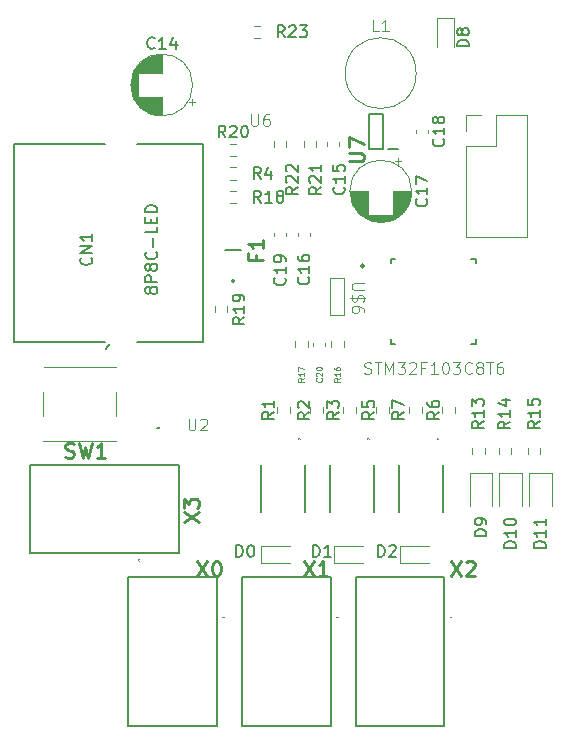
<source format=gto>
G04 #@! TF.GenerationSoftware,KiCad,Pcbnew,8.0.8*
G04 #@! TF.CreationDate,2025-02-07T15:06:47+09:00*
G04 #@! TF.ProjectId,solenoid valve2020,736f6c65-6e6f-4696-9420-76616c766532,rev?*
G04 #@! TF.SameCoordinates,Original*
G04 #@! TF.FileFunction,Legend,Top*
G04 #@! TF.FilePolarity,Positive*
%FSLAX46Y46*%
G04 Gerber Fmt 4.6, Leading zero omitted, Abs format (unit mm)*
G04 Created by KiCad (PCBNEW 8.0.8) date 2025-02-07 15:06:47*
%MOMM*%
%LPD*%
G01*
G04 APERTURE LIST*
%ADD10C,0.254000*%
%ADD11C,0.150000*%
%ADD12C,0.100000*%
%ADD13C,0.050000*%
%ADD14C,0.200000*%
%ADD15C,0.120000*%
%ADD16C,0.152400*%
%ADD17C,0.127000*%
G04 APERTURE END LIST*
D10*
X78304318Y-62967619D02*
X79332413Y-62967619D01*
X79332413Y-62967619D02*
X79453365Y-62907142D01*
X79453365Y-62907142D02*
X79513842Y-62846666D01*
X79513842Y-62846666D02*
X79574318Y-62725714D01*
X79574318Y-62725714D02*
X79574318Y-62483809D01*
X79574318Y-62483809D02*
X79513842Y-62362857D01*
X79513842Y-62362857D02*
X79453365Y-62302380D01*
X79453365Y-62302380D02*
X79332413Y-62241904D01*
X79332413Y-62241904D02*
X78304318Y-62241904D01*
X78304318Y-61758095D02*
X78304318Y-60911428D01*
X78304318Y-60911428D02*
X79574318Y-61455714D01*
D11*
X70857142Y-66454819D02*
X70523809Y-65978628D01*
X70285714Y-66454819D02*
X70285714Y-65454819D01*
X70285714Y-65454819D02*
X70666666Y-65454819D01*
X70666666Y-65454819D02*
X70761904Y-65502438D01*
X70761904Y-65502438D02*
X70809523Y-65550057D01*
X70809523Y-65550057D02*
X70857142Y-65645295D01*
X70857142Y-65645295D02*
X70857142Y-65788152D01*
X70857142Y-65788152D02*
X70809523Y-65883390D01*
X70809523Y-65883390D02*
X70761904Y-65931009D01*
X70761904Y-65931009D02*
X70666666Y-65978628D01*
X70666666Y-65978628D02*
X70285714Y-65978628D01*
X71809523Y-66454819D02*
X71238095Y-66454819D01*
X71523809Y-66454819D02*
X71523809Y-65454819D01*
X71523809Y-65454819D02*
X71428571Y-65597676D01*
X71428571Y-65597676D02*
X71333333Y-65692914D01*
X71333333Y-65692914D02*
X71238095Y-65740533D01*
X72380952Y-65883390D02*
X72285714Y-65835771D01*
X72285714Y-65835771D02*
X72238095Y-65788152D01*
X72238095Y-65788152D02*
X72190476Y-65692914D01*
X72190476Y-65692914D02*
X72190476Y-65645295D01*
X72190476Y-65645295D02*
X72238095Y-65550057D01*
X72238095Y-65550057D02*
X72285714Y-65502438D01*
X72285714Y-65502438D02*
X72380952Y-65454819D01*
X72380952Y-65454819D02*
X72571428Y-65454819D01*
X72571428Y-65454819D02*
X72666666Y-65502438D01*
X72666666Y-65502438D02*
X72714285Y-65550057D01*
X72714285Y-65550057D02*
X72761904Y-65645295D01*
X72761904Y-65645295D02*
X72761904Y-65692914D01*
X72761904Y-65692914D02*
X72714285Y-65788152D01*
X72714285Y-65788152D02*
X72666666Y-65835771D01*
X72666666Y-65835771D02*
X72571428Y-65883390D01*
X72571428Y-65883390D02*
X72380952Y-65883390D01*
X72380952Y-65883390D02*
X72285714Y-65931009D01*
X72285714Y-65931009D02*
X72238095Y-65978628D01*
X72238095Y-65978628D02*
X72190476Y-66073866D01*
X72190476Y-66073866D02*
X72190476Y-66264342D01*
X72190476Y-66264342D02*
X72238095Y-66359580D01*
X72238095Y-66359580D02*
X72285714Y-66407200D01*
X72285714Y-66407200D02*
X72380952Y-66454819D01*
X72380952Y-66454819D02*
X72571428Y-66454819D01*
X72571428Y-66454819D02*
X72666666Y-66407200D01*
X72666666Y-66407200D02*
X72714285Y-66359580D01*
X72714285Y-66359580D02*
X72761904Y-66264342D01*
X72761904Y-66264342D02*
X72761904Y-66073866D01*
X72761904Y-66073866D02*
X72714285Y-65978628D01*
X72714285Y-65978628D02*
X72666666Y-65931009D01*
X72666666Y-65931009D02*
X72571428Y-65883390D01*
X75954819Y-65142857D02*
X75478628Y-65476190D01*
X75954819Y-65714285D02*
X74954819Y-65714285D01*
X74954819Y-65714285D02*
X74954819Y-65333333D01*
X74954819Y-65333333D02*
X75002438Y-65238095D01*
X75002438Y-65238095D02*
X75050057Y-65190476D01*
X75050057Y-65190476D02*
X75145295Y-65142857D01*
X75145295Y-65142857D02*
X75288152Y-65142857D01*
X75288152Y-65142857D02*
X75383390Y-65190476D01*
X75383390Y-65190476D02*
X75431009Y-65238095D01*
X75431009Y-65238095D02*
X75478628Y-65333333D01*
X75478628Y-65333333D02*
X75478628Y-65714285D01*
X75050057Y-64761904D02*
X75002438Y-64714285D01*
X75002438Y-64714285D02*
X74954819Y-64619047D01*
X74954819Y-64619047D02*
X74954819Y-64380952D01*
X74954819Y-64380952D02*
X75002438Y-64285714D01*
X75002438Y-64285714D02*
X75050057Y-64238095D01*
X75050057Y-64238095D02*
X75145295Y-64190476D01*
X75145295Y-64190476D02*
X75240533Y-64190476D01*
X75240533Y-64190476D02*
X75383390Y-64238095D01*
X75383390Y-64238095D02*
X75954819Y-64809523D01*
X75954819Y-64809523D02*
X75954819Y-64190476D01*
X75954819Y-63238095D02*
X75954819Y-63809523D01*
X75954819Y-63523809D02*
X74954819Y-63523809D01*
X74954819Y-63523809D02*
X75097676Y-63619047D01*
X75097676Y-63619047D02*
X75192914Y-63714285D01*
X75192914Y-63714285D02*
X75240533Y-63809523D01*
D10*
X54306666Y-88013842D02*
X54488095Y-88074318D01*
X54488095Y-88074318D02*
X54790476Y-88074318D01*
X54790476Y-88074318D02*
X54911428Y-88013842D01*
X54911428Y-88013842D02*
X54971904Y-87953365D01*
X54971904Y-87953365D02*
X55032381Y-87832413D01*
X55032381Y-87832413D02*
X55032381Y-87711461D01*
X55032381Y-87711461D02*
X54971904Y-87590508D01*
X54971904Y-87590508D02*
X54911428Y-87530032D01*
X54911428Y-87530032D02*
X54790476Y-87469556D01*
X54790476Y-87469556D02*
X54548571Y-87409080D01*
X54548571Y-87409080D02*
X54427619Y-87348603D01*
X54427619Y-87348603D02*
X54367142Y-87288127D01*
X54367142Y-87288127D02*
X54306666Y-87167175D01*
X54306666Y-87167175D02*
X54306666Y-87046222D01*
X54306666Y-87046222D02*
X54367142Y-86925270D01*
X54367142Y-86925270D02*
X54427619Y-86864794D01*
X54427619Y-86864794D02*
X54548571Y-86804318D01*
X54548571Y-86804318D02*
X54850952Y-86804318D01*
X54850952Y-86804318D02*
X55032381Y-86864794D01*
X55455714Y-86804318D02*
X55758095Y-88074318D01*
X55758095Y-88074318D02*
X56000000Y-87167175D01*
X56000000Y-87167175D02*
X56241905Y-88074318D01*
X56241905Y-88074318D02*
X56544286Y-86804318D01*
X57693334Y-88074318D02*
X56967619Y-88074318D01*
X57330476Y-88074318D02*
X57330476Y-86804318D01*
X57330476Y-86804318D02*
X57209524Y-86985746D01*
X57209524Y-86985746D02*
X57088572Y-87106699D01*
X57088572Y-87106699D02*
X56967619Y-87167175D01*
D11*
X86289580Y-61071857D02*
X86337200Y-61119476D01*
X86337200Y-61119476D02*
X86384819Y-61262333D01*
X86384819Y-61262333D02*
X86384819Y-61357571D01*
X86384819Y-61357571D02*
X86337200Y-61500428D01*
X86337200Y-61500428D02*
X86241961Y-61595666D01*
X86241961Y-61595666D02*
X86146723Y-61643285D01*
X86146723Y-61643285D02*
X85956247Y-61690904D01*
X85956247Y-61690904D02*
X85813390Y-61690904D01*
X85813390Y-61690904D02*
X85622914Y-61643285D01*
X85622914Y-61643285D02*
X85527676Y-61595666D01*
X85527676Y-61595666D02*
X85432438Y-61500428D01*
X85432438Y-61500428D02*
X85384819Y-61357571D01*
X85384819Y-61357571D02*
X85384819Y-61262333D01*
X85384819Y-61262333D02*
X85432438Y-61119476D01*
X85432438Y-61119476D02*
X85480057Y-61071857D01*
X86384819Y-60119476D02*
X86384819Y-60690904D01*
X86384819Y-60405190D02*
X85384819Y-60405190D01*
X85384819Y-60405190D02*
X85527676Y-60500428D01*
X85527676Y-60500428D02*
X85622914Y-60595666D01*
X85622914Y-60595666D02*
X85670533Y-60690904D01*
X85813390Y-59548047D02*
X85765771Y-59643285D01*
X85765771Y-59643285D02*
X85718152Y-59690904D01*
X85718152Y-59690904D02*
X85622914Y-59738523D01*
X85622914Y-59738523D02*
X85575295Y-59738523D01*
X85575295Y-59738523D02*
X85480057Y-59690904D01*
X85480057Y-59690904D02*
X85432438Y-59643285D01*
X85432438Y-59643285D02*
X85384819Y-59548047D01*
X85384819Y-59548047D02*
X85384819Y-59357571D01*
X85384819Y-59357571D02*
X85432438Y-59262333D01*
X85432438Y-59262333D02*
X85480057Y-59214714D01*
X85480057Y-59214714D02*
X85575295Y-59167095D01*
X85575295Y-59167095D02*
X85622914Y-59167095D01*
X85622914Y-59167095D02*
X85718152Y-59214714D01*
X85718152Y-59214714D02*
X85765771Y-59262333D01*
X85765771Y-59262333D02*
X85813390Y-59357571D01*
X85813390Y-59357571D02*
X85813390Y-59548047D01*
X85813390Y-59548047D02*
X85861009Y-59643285D01*
X85861009Y-59643285D02*
X85908628Y-59690904D01*
X85908628Y-59690904D02*
X86003866Y-59738523D01*
X86003866Y-59738523D02*
X86194342Y-59738523D01*
X86194342Y-59738523D02*
X86289580Y-59690904D01*
X86289580Y-59690904D02*
X86337200Y-59643285D01*
X86337200Y-59643285D02*
X86384819Y-59548047D01*
X86384819Y-59548047D02*
X86384819Y-59357571D01*
X86384819Y-59357571D02*
X86337200Y-59262333D01*
X86337200Y-59262333D02*
X86289580Y-59214714D01*
X86289580Y-59214714D02*
X86194342Y-59167095D01*
X86194342Y-59167095D02*
X86003866Y-59167095D01*
X86003866Y-59167095D02*
X85908628Y-59214714D01*
X85908628Y-59214714D02*
X85861009Y-59262333D01*
X85861009Y-59262333D02*
X85813390Y-59357571D01*
X88454819Y-53238094D02*
X87454819Y-53238094D01*
X87454819Y-53238094D02*
X87454819Y-52999999D01*
X87454819Y-52999999D02*
X87502438Y-52857142D01*
X87502438Y-52857142D02*
X87597676Y-52761904D01*
X87597676Y-52761904D02*
X87692914Y-52714285D01*
X87692914Y-52714285D02*
X87883390Y-52666666D01*
X87883390Y-52666666D02*
X88026247Y-52666666D01*
X88026247Y-52666666D02*
X88216723Y-52714285D01*
X88216723Y-52714285D02*
X88311961Y-52761904D01*
X88311961Y-52761904D02*
X88407200Y-52857142D01*
X88407200Y-52857142D02*
X88454819Y-52999999D01*
X88454819Y-52999999D02*
X88454819Y-53238094D01*
X87883390Y-52095237D02*
X87835771Y-52190475D01*
X87835771Y-52190475D02*
X87788152Y-52238094D01*
X87788152Y-52238094D02*
X87692914Y-52285713D01*
X87692914Y-52285713D02*
X87645295Y-52285713D01*
X87645295Y-52285713D02*
X87550057Y-52238094D01*
X87550057Y-52238094D02*
X87502438Y-52190475D01*
X87502438Y-52190475D02*
X87454819Y-52095237D01*
X87454819Y-52095237D02*
X87454819Y-51904761D01*
X87454819Y-51904761D02*
X87502438Y-51809523D01*
X87502438Y-51809523D02*
X87550057Y-51761904D01*
X87550057Y-51761904D02*
X87645295Y-51714285D01*
X87645295Y-51714285D02*
X87692914Y-51714285D01*
X87692914Y-51714285D02*
X87788152Y-51761904D01*
X87788152Y-51761904D02*
X87835771Y-51809523D01*
X87835771Y-51809523D02*
X87883390Y-51904761D01*
X87883390Y-51904761D02*
X87883390Y-52095237D01*
X87883390Y-52095237D02*
X87931009Y-52190475D01*
X87931009Y-52190475D02*
X87978628Y-52238094D01*
X87978628Y-52238094D02*
X88073866Y-52285713D01*
X88073866Y-52285713D02*
X88264342Y-52285713D01*
X88264342Y-52285713D02*
X88359580Y-52238094D01*
X88359580Y-52238094D02*
X88407200Y-52190475D01*
X88407200Y-52190475D02*
X88454819Y-52095237D01*
X88454819Y-52095237D02*
X88454819Y-51904761D01*
X88454819Y-51904761D02*
X88407200Y-51809523D01*
X88407200Y-51809523D02*
X88359580Y-51761904D01*
X88359580Y-51761904D02*
X88264342Y-51714285D01*
X88264342Y-51714285D02*
X88073866Y-51714285D01*
X88073866Y-51714285D02*
X87978628Y-51761904D01*
X87978628Y-51761904D02*
X87931009Y-51809523D01*
X87931009Y-51809523D02*
X87883390Y-51904761D01*
D12*
X70038095Y-58957419D02*
X70038095Y-59766942D01*
X70038095Y-59766942D02*
X70085714Y-59862180D01*
X70085714Y-59862180D02*
X70133333Y-59909800D01*
X70133333Y-59909800D02*
X70228571Y-59957419D01*
X70228571Y-59957419D02*
X70419047Y-59957419D01*
X70419047Y-59957419D02*
X70514285Y-59909800D01*
X70514285Y-59909800D02*
X70561904Y-59862180D01*
X70561904Y-59862180D02*
X70609523Y-59766942D01*
X70609523Y-59766942D02*
X70609523Y-58957419D01*
X71514285Y-58957419D02*
X71323809Y-58957419D01*
X71323809Y-58957419D02*
X71228571Y-59005038D01*
X71228571Y-59005038D02*
X71180952Y-59052657D01*
X71180952Y-59052657D02*
X71085714Y-59195514D01*
X71085714Y-59195514D02*
X71038095Y-59385990D01*
X71038095Y-59385990D02*
X71038095Y-59766942D01*
X71038095Y-59766942D02*
X71085714Y-59862180D01*
X71085714Y-59862180D02*
X71133333Y-59909800D01*
X71133333Y-59909800D02*
X71228571Y-59957419D01*
X71228571Y-59957419D02*
X71419047Y-59957419D01*
X71419047Y-59957419D02*
X71514285Y-59909800D01*
X71514285Y-59909800D02*
X71561904Y-59862180D01*
X71561904Y-59862180D02*
X71609523Y-59766942D01*
X71609523Y-59766942D02*
X71609523Y-59528847D01*
X71609523Y-59528847D02*
X71561904Y-59433609D01*
X71561904Y-59433609D02*
X71514285Y-59385990D01*
X71514285Y-59385990D02*
X71419047Y-59338371D01*
X71419047Y-59338371D02*
X71228571Y-59338371D01*
X71228571Y-59338371D02*
X71133333Y-59385990D01*
X71133333Y-59385990D02*
X71085714Y-59433609D01*
X71085714Y-59433609D02*
X71038095Y-59528847D01*
D11*
X91954819Y-84991357D02*
X91478628Y-85324690D01*
X91954819Y-85562785D02*
X90954819Y-85562785D01*
X90954819Y-85562785D02*
X90954819Y-85181833D01*
X90954819Y-85181833D02*
X91002438Y-85086595D01*
X91002438Y-85086595D02*
X91050057Y-85038976D01*
X91050057Y-85038976D02*
X91145295Y-84991357D01*
X91145295Y-84991357D02*
X91288152Y-84991357D01*
X91288152Y-84991357D02*
X91383390Y-85038976D01*
X91383390Y-85038976D02*
X91431009Y-85086595D01*
X91431009Y-85086595D02*
X91478628Y-85181833D01*
X91478628Y-85181833D02*
X91478628Y-85562785D01*
X91954819Y-84038976D02*
X91954819Y-84610404D01*
X91954819Y-84324690D02*
X90954819Y-84324690D01*
X90954819Y-84324690D02*
X91097676Y-84419928D01*
X91097676Y-84419928D02*
X91192914Y-84515166D01*
X91192914Y-84515166D02*
X91240533Y-84610404D01*
X91288152Y-83181833D02*
X91954819Y-83181833D01*
X90907200Y-83419928D02*
X91621485Y-83658023D01*
X91621485Y-83658023D02*
X91621485Y-83038976D01*
X89954819Y-94704094D02*
X88954819Y-94704094D01*
X88954819Y-94704094D02*
X88954819Y-94465999D01*
X88954819Y-94465999D02*
X89002438Y-94323142D01*
X89002438Y-94323142D02*
X89097676Y-94227904D01*
X89097676Y-94227904D02*
X89192914Y-94180285D01*
X89192914Y-94180285D02*
X89383390Y-94132666D01*
X89383390Y-94132666D02*
X89526247Y-94132666D01*
X89526247Y-94132666D02*
X89716723Y-94180285D01*
X89716723Y-94180285D02*
X89811961Y-94227904D01*
X89811961Y-94227904D02*
X89907200Y-94323142D01*
X89907200Y-94323142D02*
X89954819Y-94465999D01*
X89954819Y-94465999D02*
X89954819Y-94704094D01*
X89954819Y-93656475D02*
X89954819Y-93465999D01*
X89954819Y-93465999D02*
X89907200Y-93370761D01*
X89907200Y-93370761D02*
X89859580Y-93323142D01*
X89859580Y-93323142D02*
X89716723Y-93227904D01*
X89716723Y-93227904D02*
X89526247Y-93180285D01*
X89526247Y-93180285D02*
X89145295Y-93180285D01*
X89145295Y-93180285D02*
X89050057Y-93227904D01*
X89050057Y-93227904D02*
X89002438Y-93275523D01*
X89002438Y-93275523D02*
X88954819Y-93370761D01*
X88954819Y-93370761D02*
X88954819Y-93561237D01*
X88954819Y-93561237D02*
X89002438Y-93656475D01*
X89002438Y-93656475D02*
X89050057Y-93704094D01*
X89050057Y-93704094D02*
X89145295Y-93751713D01*
X89145295Y-93751713D02*
X89383390Y-93751713D01*
X89383390Y-93751713D02*
X89478628Y-93704094D01*
X89478628Y-93704094D02*
X89526247Y-93656475D01*
X89526247Y-93656475D02*
X89573866Y-93561237D01*
X89573866Y-93561237D02*
X89573866Y-93370761D01*
X89573866Y-93370761D02*
X89526247Y-93275523D01*
X89526247Y-93275523D02*
X89478628Y-93227904D01*
X89478628Y-93227904D02*
X89383390Y-93180285D01*
D10*
X65471904Y-96804318D02*
X66318571Y-98074318D01*
X66318571Y-96804318D02*
X65471904Y-98074318D01*
X67044285Y-96804318D02*
X67165238Y-96804318D01*
X67165238Y-96804318D02*
X67286190Y-96864794D01*
X67286190Y-96864794D02*
X67346666Y-96925270D01*
X67346666Y-96925270D02*
X67407142Y-97046222D01*
X67407142Y-97046222D02*
X67467619Y-97288127D01*
X67467619Y-97288127D02*
X67467619Y-97590508D01*
X67467619Y-97590508D02*
X67407142Y-97832413D01*
X67407142Y-97832413D02*
X67346666Y-97953365D01*
X67346666Y-97953365D02*
X67286190Y-98013842D01*
X67286190Y-98013842D02*
X67165238Y-98074318D01*
X67165238Y-98074318D02*
X67044285Y-98074318D01*
X67044285Y-98074318D02*
X66923333Y-98013842D01*
X66923333Y-98013842D02*
X66862857Y-97953365D01*
X66862857Y-97953365D02*
X66802380Y-97832413D01*
X66802380Y-97832413D02*
X66741904Y-97590508D01*
X66741904Y-97590508D02*
X66741904Y-97288127D01*
X66741904Y-97288127D02*
X66802380Y-97046222D01*
X66802380Y-97046222D02*
X66862857Y-96925270D01*
X66862857Y-96925270D02*
X66923333Y-96864794D01*
X66923333Y-96864794D02*
X67044285Y-96804318D01*
D11*
X84859580Y-66142857D02*
X84907200Y-66190476D01*
X84907200Y-66190476D02*
X84954819Y-66333333D01*
X84954819Y-66333333D02*
X84954819Y-66428571D01*
X84954819Y-66428571D02*
X84907200Y-66571428D01*
X84907200Y-66571428D02*
X84811961Y-66666666D01*
X84811961Y-66666666D02*
X84716723Y-66714285D01*
X84716723Y-66714285D02*
X84526247Y-66761904D01*
X84526247Y-66761904D02*
X84383390Y-66761904D01*
X84383390Y-66761904D02*
X84192914Y-66714285D01*
X84192914Y-66714285D02*
X84097676Y-66666666D01*
X84097676Y-66666666D02*
X84002438Y-66571428D01*
X84002438Y-66571428D02*
X83954819Y-66428571D01*
X83954819Y-66428571D02*
X83954819Y-66333333D01*
X83954819Y-66333333D02*
X84002438Y-66190476D01*
X84002438Y-66190476D02*
X84050057Y-66142857D01*
X84954819Y-65190476D02*
X84954819Y-65761904D01*
X84954819Y-65476190D02*
X83954819Y-65476190D01*
X83954819Y-65476190D02*
X84097676Y-65571428D01*
X84097676Y-65571428D02*
X84192914Y-65666666D01*
X84192914Y-65666666D02*
X84240533Y-65761904D01*
X83954819Y-64857142D02*
X83954819Y-64190476D01*
X83954819Y-64190476D02*
X84954819Y-64619047D01*
D12*
X77553109Y-81324428D02*
X77315014Y-81491094D01*
X77553109Y-81610142D02*
X77053109Y-81610142D01*
X77053109Y-81610142D02*
X77053109Y-81419666D01*
X77053109Y-81419666D02*
X77076919Y-81372047D01*
X77076919Y-81372047D02*
X77100728Y-81348237D01*
X77100728Y-81348237D02*
X77148347Y-81324428D01*
X77148347Y-81324428D02*
X77219776Y-81324428D01*
X77219776Y-81324428D02*
X77267395Y-81348237D01*
X77267395Y-81348237D02*
X77291204Y-81372047D01*
X77291204Y-81372047D02*
X77315014Y-81419666D01*
X77315014Y-81419666D02*
X77315014Y-81610142D01*
X77553109Y-80848237D02*
X77553109Y-81133951D01*
X77553109Y-80991094D02*
X77053109Y-80991094D01*
X77053109Y-80991094D02*
X77124538Y-81038713D01*
X77124538Y-81038713D02*
X77172157Y-81086332D01*
X77172157Y-81086332D02*
X77195966Y-81133951D01*
X77053109Y-80419666D02*
X77053109Y-80514904D01*
X77053109Y-80514904D02*
X77076919Y-80562523D01*
X77076919Y-80562523D02*
X77100728Y-80586333D01*
X77100728Y-80586333D02*
X77172157Y-80633952D01*
X77172157Y-80633952D02*
X77267395Y-80657761D01*
X77267395Y-80657761D02*
X77457871Y-80657761D01*
X77457871Y-80657761D02*
X77505490Y-80633952D01*
X77505490Y-80633952D02*
X77529300Y-80610142D01*
X77529300Y-80610142D02*
X77553109Y-80562523D01*
X77553109Y-80562523D02*
X77553109Y-80467285D01*
X77553109Y-80467285D02*
X77529300Y-80419666D01*
X77529300Y-80419666D02*
X77505490Y-80395857D01*
X77505490Y-80395857D02*
X77457871Y-80372047D01*
X77457871Y-80372047D02*
X77338823Y-80372047D01*
X77338823Y-80372047D02*
X77291204Y-80395857D01*
X77291204Y-80395857D02*
X77267395Y-80419666D01*
X77267395Y-80419666D02*
X77243585Y-80467285D01*
X77243585Y-80467285D02*
X77243585Y-80562523D01*
X77243585Y-80562523D02*
X77267395Y-80610142D01*
X77267395Y-80610142D02*
X77291204Y-80633952D01*
X77291204Y-80633952D02*
X77338823Y-80657761D01*
D11*
X69454819Y-76142857D02*
X68978628Y-76476190D01*
X69454819Y-76714285D02*
X68454819Y-76714285D01*
X68454819Y-76714285D02*
X68454819Y-76333333D01*
X68454819Y-76333333D02*
X68502438Y-76238095D01*
X68502438Y-76238095D02*
X68550057Y-76190476D01*
X68550057Y-76190476D02*
X68645295Y-76142857D01*
X68645295Y-76142857D02*
X68788152Y-76142857D01*
X68788152Y-76142857D02*
X68883390Y-76190476D01*
X68883390Y-76190476D02*
X68931009Y-76238095D01*
X68931009Y-76238095D02*
X68978628Y-76333333D01*
X68978628Y-76333333D02*
X68978628Y-76714285D01*
X69454819Y-75190476D02*
X69454819Y-75761904D01*
X69454819Y-75476190D02*
X68454819Y-75476190D01*
X68454819Y-75476190D02*
X68597676Y-75571428D01*
X68597676Y-75571428D02*
X68692914Y-75666666D01*
X68692914Y-75666666D02*
X68740533Y-75761904D01*
X69454819Y-74714285D02*
X69454819Y-74523809D01*
X69454819Y-74523809D02*
X69407200Y-74428571D01*
X69407200Y-74428571D02*
X69359580Y-74380952D01*
X69359580Y-74380952D02*
X69216723Y-74285714D01*
X69216723Y-74285714D02*
X69026247Y-74238095D01*
X69026247Y-74238095D02*
X68645295Y-74238095D01*
X68645295Y-74238095D02*
X68550057Y-74285714D01*
X68550057Y-74285714D02*
X68502438Y-74333333D01*
X68502438Y-74333333D02*
X68454819Y-74428571D01*
X68454819Y-74428571D02*
X68454819Y-74619047D01*
X68454819Y-74619047D02*
X68502438Y-74714285D01*
X68502438Y-74714285D02*
X68550057Y-74761904D01*
X68550057Y-74761904D02*
X68645295Y-74809523D01*
X68645295Y-74809523D02*
X68883390Y-74809523D01*
X68883390Y-74809523D02*
X68978628Y-74761904D01*
X68978628Y-74761904D02*
X69026247Y-74714285D01*
X69026247Y-74714285D02*
X69073866Y-74619047D01*
X69073866Y-74619047D02*
X69073866Y-74428571D01*
X69073866Y-74428571D02*
X69026247Y-74333333D01*
X69026247Y-74333333D02*
X68978628Y-74285714D01*
X68978628Y-74285714D02*
X68883390Y-74238095D01*
X70833333Y-64454819D02*
X70500000Y-63978628D01*
X70261905Y-64454819D02*
X70261905Y-63454819D01*
X70261905Y-63454819D02*
X70642857Y-63454819D01*
X70642857Y-63454819D02*
X70738095Y-63502438D01*
X70738095Y-63502438D02*
X70785714Y-63550057D01*
X70785714Y-63550057D02*
X70833333Y-63645295D01*
X70833333Y-63645295D02*
X70833333Y-63788152D01*
X70833333Y-63788152D02*
X70785714Y-63883390D01*
X70785714Y-63883390D02*
X70738095Y-63931009D01*
X70738095Y-63931009D02*
X70642857Y-63978628D01*
X70642857Y-63978628D02*
X70261905Y-63978628D01*
X71690476Y-63788152D02*
X71690476Y-64454819D01*
X71452381Y-63407200D02*
X71214286Y-64121485D01*
X71214286Y-64121485D02*
X71833333Y-64121485D01*
X56470580Y-71118476D02*
X56518200Y-71166095D01*
X56518200Y-71166095D02*
X56565819Y-71308952D01*
X56565819Y-71308952D02*
X56565819Y-71404190D01*
X56565819Y-71404190D02*
X56518200Y-71547047D01*
X56518200Y-71547047D02*
X56422961Y-71642285D01*
X56422961Y-71642285D02*
X56327723Y-71689904D01*
X56327723Y-71689904D02*
X56137247Y-71737523D01*
X56137247Y-71737523D02*
X55994390Y-71737523D01*
X55994390Y-71737523D02*
X55803914Y-71689904D01*
X55803914Y-71689904D02*
X55708676Y-71642285D01*
X55708676Y-71642285D02*
X55613438Y-71547047D01*
X55613438Y-71547047D02*
X55565819Y-71404190D01*
X55565819Y-71404190D02*
X55565819Y-71308952D01*
X55565819Y-71308952D02*
X55613438Y-71166095D01*
X55613438Y-71166095D02*
X55661057Y-71118476D01*
X56565819Y-70689904D02*
X55565819Y-70689904D01*
X55565819Y-70689904D02*
X56565819Y-70118476D01*
X56565819Y-70118476D02*
X55565819Y-70118476D01*
X56565819Y-69118476D02*
X56565819Y-69689904D01*
X56565819Y-69404190D02*
X55565819Y-69404190D01*
X55565819Y-69404190D02*
X55708676Y-69499428D01*
X55708676Y-69499428D02*
X55803914Y-69594666D01*
X55803914Y-69594666D02*
X55851533Y-69689904D01*
X61494390Y-73975618D02*
X61446771Y-74070856D01*
X61446771Y-74070856D02*
X61399152Y-74118475D01*
X61399152Y-74118475D02*
X61303914Y-74166094D01*
X61303914Y-74166094D02*
X61256295Y-74166094D01*
X61256295Y-74166094D02*
X61161057Y-74118475D01*
X61161057Y-74118475D02*
X61113438Y-74070856D01*
X61113438Y-74070856D02*
X61065819Y-73975618D01*
X61065819Y-73975618D02*
X61065819Y-73785142D01*
X61065819Y-73785142D02*
X61113438Y-73689904D01*
X61113438Y-73689904D02*
X61161057Y-73642285D01*
X61161057Y-73642285D02*
X61256295Y-73594666D01*
X61256295Y-73594666D02*
X61303914Y-73594666D01*
X61303914Y-73594666D02*
X61399152Y-73642285D01*
X61399152Y-73642285D02*
X61446771Y-73689904D01*
X61446771Y-73689904D02*
X61494390Y-73785142D01*
X61494390Y-73785142D02*
X61494390Y-73975618D01*
X61494390Y-73975618D02*
X61542009Y-74070856D01*
X61542009Y-74070856D02*
X61589628Y-74118475D01*
X61589628Y-74118475D02*
X61684866Y-74166094D01*
X61684866Y-74166094D02*
X61875342Y-74166094D01*
X61875342Y-74166094D02*
X61970580Y-74118475D01*
X61970580Y-74118475D02*
X62018200Y-74070856D01*
X62018200Y-74070856D02*
X62065819Y-73975618D01*
X62065819Y-73975618D02*
X62065819Y-73785142D01*
X62065819Y-73785142D02*
X62018200Y-73689904D01*
X62018200Y-73689904D02*
X61970580Y-73642285D01*
X61970580Y-73642285D02*
X61875342Y-73594666D01*
X61875342Y-73594666D02*
X61684866Y-73594666D01*
X61684866Y-73594666D02*
X61589628Y-73642285D01*
X61589628Y-73642285D02*
X61542009Y-73689904D01*
X61542009Y-73689904D02*
X61494390Y-73785142D01*
X62065819Y-73166094D02*
X61065819Y-73166094D01*
X61065819Y-73166094D02*
X61065819Y-72785142D01*
X61065819Y-72785142D02*
X61113438Y-72689904D01*
X61113438Y-72689904D02*
X61161057Y-72642285D01*
X61161057Y-72642285D02*
X61256295Y-72594666D01*
X61256295Y-72594666D02*
X61399152Y-72594666D01*
X61399152Y-72594666D02*
X61494390Y-72642285D01*
X61494390Y-72642285D02*
X61542009Y-72689904D01*
X61542009Y-72689904D02*
X61589628Y-72785142D01*
X61589628Y-72785142D02*
X61589628Y-73166094D01*
X61494390Y-72023237D02*
X61446771Y-72118475D01*
X61446771Y-72118475D02*
X61399152Y-72166094D01*
X61399152Y-72166094D02*
X61303914Y-72213713D01*
X61303914Y-72213713D02*
X61256295Y-72213713D01*
X61256295Y-72213713D02*
X61161057Y-72166094D01*
X61161057Y-72166094D02*
X61113438Y-72118475D01*
X61113438Y-72118475D02*
X61065819Y-72023237D01*
X61065819Y-72023237D02*
X61065819Y-71832761D01*
X61065819Y-71832761D02*
X61113438Y-71737523D01*
X61113438Y-71737523D02*
X61161057Y-71689904D01*
X61161057Y-71689904D02*
X61256295Y-71642285D01*
X61256295Y-71642285D02*
X61303914Y-71642285D01*
X61303914Y-71642285D02*
X61399152Y-71689904D01*
X61399152Y-71689904D02*
X61446771Y-71737523D01*
X61446771Y-71737523D02*
X61494390Y-71832761D01*
X61494390Y-71832761D02*
X61494390Y-72023237D01*
X61494390Y-72023237D02*
X61542009Y-72118475D01*
X61542009Y-72118475D02*
X61589628Y-72166094D01*
X61589628Y-72166094D02*
X61684866Y-72213713D01*
X61684866Y-72213713D02*
X61875342Y-72213713D01*
X61875342Y-72213713D02*
X61970580Y-72166094D01*
X61970580Y-72166094D02*
X62018200Y-72118475D01*
X62018200Y-72118475D02*
X62065819Y-72023237D01*
X62065819Y-72023237D02*
X62065819Y-71832761D01*
X62065819Y-71832761D02*
X62018200Y-71737523D01*
X62018200Y-71737523D02*
X61970580Y-71689904D01*
X61970580Y-71689904D02*
X61875342Y-71642285D01*
X61875342Y-71642285D02*
X61684866Y-71642285D01*
X61684866Y-71642285D02*
X61589628Y-71689904D01*
X61589628Y-71689904D02*
X61542009Y-71737523D01*
X61542009Y-71737523D02*
X61494390Y-71832761D01*
X61970580Y-70642285D02*
X62018200Y-70689904D01*
X62018200Y-70689904D02*
X62065819Y-70832761D01*
X62065819Y-70832761D02*
X62065819Y-70927999D01*
X62065819Y-70927999D02*
X62018200Y-71070856D01*
X62018200Y-71070856D02*
X61922961Y-71166094D01*
X61922961Y-71166094D02*
X61827723Y-71213713D01*
X61827723Y-71213713D02*
X61637247Y-71261332D01*
X61637247Y-71261332D02*
X61494390Y-71261332D01*
X61494390Y-71261332D02*
X61303914Y-71213713D01*
X61303914Y-71213713D02*
X61208676Y-71166094D01*
X61208676Y-71166094D02*
X61113438Y-71070856D01*
X61113438Y-71070856D02*
X61065819Y-70927999D01*
X61065819Y-70927999D02*
X61065819Y-70832761D01*
X61065819Y-70832761D02*
X61113438Y-70689904D01*
X61113438Y-70689904D02*
X61161057Y-70642285D01*
X61684866Y-70213713D02*
X61684866Y-69451809D01*
X62065819Y-68499428D02*
X62065819Y-68975618D01*
X62065819Y-68975618D02*
X61065819Y-68975618D01*
X61542009Y-68166094D02*
X61542009Y-67832761D01*
X62065819Y-67689904D02*
X62065819Y-68166094D01*
X62065819Y-68166094D02*
X61065819Y-68166094D01*
X61065819Y-68166094D02*
X61065819Y-67689904D01*
X62065819Y-67261332D02*
X61065819Y-67261332D01*
X61065819Y-67261332D02*
X61065819Y-67023237D01*
X61065819Y-67023237D02*
X61113438Y-66880380D01*
X61113438Y-66880380D02*
X61208676Y-66785142D01*
X61208676Y-66785142D02*
X61303914Y-66737523D01*
X61303914Y-66737523D02*
X61494390Y-66689904D01*
X61494390Y-66689904D02*
X61637247Y-66689904D01*
X61637247Y-66689904D02*
X61827723Y-66737523D01*
X61827723Y-66737523D02*
X61922961Y-66785142D01*
X61922961Y-66785142D02*
X62018200Y-66880380D01*
X62018200Y-66880380D02*
X62065819Y-67023237D01*
X62065819Y-67023237D02*
X62065819Y-67261332D01*
X71954819Y-84166666D02*
X71478628Y-84499999D01*
X71954819Y-84738094D02*
X70954819Y-84738094D01*
X70954819Y-84738094D02*
X70954819Y-84357142D01*
X70954819Y-84357142D02*
X71002438Y-84261904D01*
X71002438Y-84261904D02*
X71050057Y-84214285D01*
X71050057Y-84214285D02*
X71145295Y-84166666D01*
X71145295Y-84166666D02*
X71288152Y-84166666D01*
X71288152Y-84166666D02*
X71383390Y-84214285D01*
X71383390Y-84214285D02*
X71431009Y-84261904D01*
X71431009Y-84261904D02*
X71478628Y-84357142D01*
X71478628Y-84357142D02*
X71478628Y-84738094D01*
X71954819Y-83214285D02*
X71954819Y-83785713D01*
X71954819Y-83499999D02*
X70954819Y-83499999D01*
X70954819Y-83499999D02*
X71097676Y-83595237D01*
X71097676Y-83595237D02*
X71192914Y-83690475D01*
X71192914Y-83690475D02*
X71240533Y-83785713D01*
X80454819Y-84166666D02*
X79978628Y-84499999D01*
X80454819Y-84738094D02*
X79454819Y-84738094D01*
X79454819Y-84738094D02*
X79454819Y-84357142D01*
X79454819Y-84357142D02*
X79502438Y-84261904D01*
X79502438Y-84261904D02*
X79550057Y-84214285D01*
X79550057Y-84214285D02*
X79645295Y-84166666D01*
X79645295Y-84166666D02*
X79788152Y-84166666D01*
X79788152Y-84166666D02*
X79883390Y-84214285D01*
X79883390Y-84214285D02*
X79931009Y-84261904D01*
X79931009Y-84261904D02*
X79978628Y-84357142D01*
X79978628Y-84357142D02*
X79978628Y-84738094D01*
X79454819Y-83261904D02*
X79454819Y-83738094D01*
X79454819Y-83738094D02*
X79931009Y-83785713D01*
X79931009Y-83785713D02*
X79883390Y-83738094D01*
X79883390Y-83738094D02*
X79835771Y-83642856D01*
X79835771Y-83642856D02*
X79835771Y-83404761D01*
X79835771Y-83404761D02*
X79883390Y-83309523D01*
X79883390Y-83309523D02*
X79931009Y-83261904D01*
X79931009Y-83261904D02*
X80026247Y-83214285D01*
X80026247Y-83214285D02*
X80264342Y-83214285D01*
X80264342Y-83214285D02*
X80359580Y-83261904D01*
X80359580Y-83261904D02*
X80407200Y-83309523D01*
X80407200Y-83309523D02*
X80454819Y-83404761D01*
X80454819Y-83404761D02*
X80454819Y-83642856D01*
X80454819Y-83642856D02*
X80407200Y-83738094D01*
X80407200Y-83738094D02*
X80359580Y-83785713D01*
X61857142Y-53359580D02*
X61809523Y-53407200D01*
X61809523Y-53407200D02*
X61666666Y-53454819D01*
X61666666Y-53454819D02*
X61571428Y-53454819D01*
X61571428Y-53454819D02*
X61428571Y-53407200D01*
X61428571Y-53407200D02*
X61333333Y-53311961D01*
X61333333Y-53311961D02*
X61285714Y-53216723D01*
X61285714Y-53216723D02*
X61238095Y-53026247D01*
X61238095Y-53026247D02*
X61238095Y-52883390D01*
X61238095Y-52883390D02*
X61285714Y-52692914D01*
X61285714Y-52692914D02*
X61333333Y-52597676D01*
X61333333Y-52597676D02*
X61428571Y-52502438D01*
X61428571Y-52502438D02*
X61571428Y-52454819D01*
X61571428Y-52454819D02*
X61666666Y-52454819D01*
X61666666Y-52454819D02*
X61809523Y-52502438D01*
X61809523Y-52502438D02*
X61857142Y-52550057D01*
X62809523Y-53454819D02*
X62238095Y-53454819D01*
X62523809Y-53454819D02*
X62523809Y-52454819D01*
X62523809Y-52454819D02*
X62428571Y-52597676D01*
X62428571Y-52597676D02*
X62333333Y-52692914D01*
X62333333Y-52692914D02*
X62238095Y-52740533D01*
X63666666Y-52788152D02*
X63666666Y-53454819D01*
X63428571Y-52407200D02*
X63190476Y-53121485D01*
X63190476Y-53121485D02*
X63809523Y-53121485D01*
X77859580Y-65142857D02*
X77907200Y-65190476D01*
X77907200Y-65190476D02*
X77954819Y-65333333D01*
X77954819Y-65333333D02*
X77954819Y-65428571D01*
X77954819Y-65428571D02*
X77907200Y-65571428D01*
X77907200Y-65571428D02*
X77811961Y-65666666D01*
X77811961Y-65666666D02*
X77716723Y-65714285D01*
X77716723Y-65714285D02*
X77526247Y-65761904D01*
X77526247Y-65761904D02*
X77383390Y-65761904D01*
X77383390Y-65761904D02*
X77192914Y-65714285D01*
X77192914Y-65714285D02*
X77097676Y-65666666D01*
X77097676Y-65666666D02*
X77002438Y-65571428D01*
X77002438Y-65571428D02*
X76954819Y-65428571D01*
X76954819Y-65428571D02*
X76954819Y-65333333D01*
X76954819Y-65333333D02*
X77002438Y-65190476D01*
X77002438Y-65190476D02*
X77050057Y-65142857D01*
X77954819Y-64190476D02*
X77954819Y-64761904D01*
X77954819Y-64476190D02*
X76954819Y-64476190D01*
X76954819Y-64476190D02*
X77097676Y-64571428D01*
X77097676Y-64571428D02*
X77192914Y-64666666D01*
X77192914Y-64666666D02*
X77240533Y-64761904D01*
X76954819Y-63285714D02*
X76954819Y-63761904D01*
X76954819Y-63761904D02*
X77431009Y-63809523D01*
X77431009Y-63809523D02*
X77383390Y-63761904D01*
X77383390Y-63761904D02*
X77335771Y-63666666D01*
X77335771Y-63666666D02*
X77335771Y-63428571D01*
X77335771Y-63428571D02*
X77383390Y-63333333D01*
X77383390Y-63333333D02*
X77431009Y-63285714D01*
X77431009Y-63285714D02*
X77526247Y-63238095D01*
X77526247Y-63238095D02*
X77764342Y-63238095D01*
X77764342Y-63238095D02*
X77859580Y-63285714D01*
X77859580Y-63285714D02*
X77907200Y-63333333D01*
X77907200Y-63333333D02*
X77954819Y-63428571D01*
X77954819Y-63428571D02*
X77954819Y-63666666D01*
X77954819Y-63666666D02*
X77907200Y-63761904D01*
X77907200Y-63761904D02*
X77859580Y-63809523D01*
X94454819Y-84956857D02*
X93978628Y-85290190D01*
X94454819Y-85528285D02*
X93454819Y-85528285D01*
X93454819Y-85528285D02*
X93454819Y-85147333D01*
X93454819Y-85147333D02*
X93502438Y-85052095D01*
X93502438Y-85052095D02*
X93550057Y-85004476D01*
X93550057Y-85004476D02*
X93645295Y-84956857D01*
X93645295Y-84956857D02*
X93788152Y-84956857D01*
X93788152Y-84956857D02*
X93883390Y-85004476D01*
X93883390Y-85004476D02*
X93931009Y-85052095D01*
X93931009Y-85052095D02*
X93978628Y-85147333D01*
X93978628Y-85147333D02*
X93978628Y-85528285D01*
X94454819Y-84004476D02*
X94454819Y-84575904D01*
X94454819Y-84290190D02*
X93454819Y-84290190D01*
X93454819Y-84290190D02*
X93597676Y-84385428D01*
X93597676Y-84385428D02*
X93692914Y-84480666D01*
X93692914Y-84480666D02*
X93740533Y-84575904D01*
X93454819Y-83099714D02*
X93454819Y-83575904D01*
X93454819Y-83575904D02*
X93931009Y-83623523D01*
X93931009Y-83623523D02*
X93883390Y-83575904D01*
X93883390Y-83575904D02*
X93835771Y-83480666D01*
X93835771Y-83480666D02*
X93835771Y-83242571D01*
X93835771Y-83242571D02*
X93883390Y-83147333D01*
X93883390Y-83147333D02*
X93931009Y-83099714D01*
X93931009Y-83099714D02*
X94026247Y-83052095D01*
X94026247Y-83052095D02*
X94264342Y-83052095D01*
X94264342Y-83052095D02*
X94359580Y-83099714D01*
X94359580Y-83099714D02*
X94407200Y-83147333D01*
X94407200Y-83147333D02*
X94454819Y-83242571D01*
X94454819Y-83242571D02*
X94454819Y-83480666D01*
X94454819Y-83480666D02*
X94407200Y-83575904D01*
X94407200Y-83575904D02*
X94359580Y-83623523D01*
D12*
X75981490Y-81324428D02*
X76005300Y-81348237D01*
X76005300Y-81348237D02*
X76029109Y-81419666D01*
X76029109Y-81419666D02*
X76029109Y-81467285D01*
X76029109Y-81467285D02*
X76005300Y-81538713D01*
X76005300Y-81538713D02*
X75957680Y-81586332D01*
X75957680Y-81586332D02*
X75910061Y-81610142D01*
X75910061Y-81610142D02*
X75814823Y-81633951D01*
X75814823Y-81633951D02*
X75743395Y-81633951D01*
X75743395Y-81633951D02*
X75648157Y-81610142D01*
X75648157Y-81610142D02*
X75600538Y-81586332D01*
X75600538Y-81586332D02*
X75552919Y-81538713D01*
X75552919Y-81538713D02*
X75529109Y-81467285D01*
X75529109Y-81467285D02*
X75529109Y-81419666D01*
X75529109Y-81419666D02*
X75552919Y-81348237D01*
X75552919Y-81348237D02*
X75576728Y-81324428D01*
X75576728Y-81133951D02*
X75552919Y-81110142D01*
X75552919Y-81110142D02*
X75529109Y-81062523D01*
X75529109Y-81062523D02*
X75529109Y-80943475D01*
X75529109Y-80943475D02*
X75552919Y-80895856D01*
X75552919Y-80895856D02*
X75576728Y-80872047D01*
X75576728Y-80872047D02*
X75624347Y-80848237D01*
X75624347Y-80848237D02*
X75671966Y-80848237D01*
X75671966Y-80848237D02*
X75743395Y-80872047D01*
X75743395Y-80872047D02*
X76029109Y-81157761D01*
X76029109Y-81157761D02*
X76029109Y-80848237D01*
X75529109Y-80538714D02*
X75529109Y-80491095D01*
X75529109Y-80491095D02*
X75552919Y-80443476D01*
X75552919Y-80443476D02*
X75576728Y-80419666D01*
X75576728Y-80419666D02*
X75624347Y-80395857D01*
X75624347Y-80395857D02*
X75719585Y-80372047D01*
X75719585Y-80372047D02*
X75838633Y-80372047D01*
X75838633Y-80372047D02*
X75933871Y-80395857D01*
X75933871Y-80395857D02*
X75981490Y-80419666D01*
X75981490Y-80419666D02*
X76005300Y-80443476D01*
X76005300Y-80443476D02*
X76029109Y-80491095D01*
X76029109Y-80491095D02*
X76029109Y-80538714D01*
X76029109Y-80538714D02*
X76005300Y-80586333D01*
X76005300Y-80586333D02*
X75981490Y-80610142D01*
X75981490Y-80610142D02*
X75933871Y-80633952D01*
X75933871Y-80633952D02*
X75838633Y-80657761D01*
X75838633Y-80657761D02*
X75719585Y-80657761D01*
X75719585Y-80657761D02*
X75624347Y-80633952D01*
X75624347Y-80633952D02*
X75576728Y-80610142D01*
X75576728Y-80610142D02*
X75552919Y-80586333D01*
X75552919Y-80586333D02*
X75529109Y-80538714D01*
D10*
X86971904Y-96804318D02*
X87818571Y-98074318D01*
X87818571Y-96804318D02*
X86971904Y-98074318D01*
X88241904Y-96925270D02*
X88302380Y-96864794D01*
X88302380Y-96864794D02*
X88423333Y-96804318D01*
X88423333Y-96804318D02*
X88725714Y-96804318D01*
X88725714Y-96804318D02*
X88846666Y-96864794D01*
X88846666Y-96864794D02*
X88907142Y-96925270D01*
X88907142Y-96925270D02*
X88967619Y-97046222D01*
X88967619Y-97046222D02*
X88967619Y-97167175D01*
X88967619Y-97167175D02*
X88907142Y-97348603D01*
X88907142Y-97348603D02*
X88181428Y-98074318D01*
X88181428Y-98074318D02*
X88967619Y-98074318D01*
X74471904Y-96804318D02*
X75318571Y-98074318D01*
X75318571Y-96804318D02*
X74471904Y-98074318D01*
X76467619Y-98074318D02*
X75741904Y-98074318D01*
X76104761Y-98074318D02*
X76104761Y-96804318D01*
X76104761Y-96804318D02*
X75983809Y-96985746D01*
X75983809Y-96985746D02*
X75862857Y-97106699D01*
X75862857Y-97106699D02*
X75741904Y-97167175D01*
D12*
X79542580Y-73261905D02*
X78733057Y-73261905D01*
X78733057Y-73261905D02*
X78637819Y-73309524D01*
X78637819Y-73309524D02*
X78590200Y-73357143D01*
X78590200Y-73357143D02*
X78542580Y-73452381D01*
X78542580Y-73452381D02*
X78542580Y-73642857D01*
X78542580Y-73642857D02*
X78590200Y-73738095D01*
X78590200Y-73738095D02*
X78637819Y-73785714D01*
X78637819Y-73785714D02*
X78733057Y-73833333D01*
X78733057Y-73833333D02*
X79542580Y-73833333D01*
X78590200Y-74261905D02*
X78542580Y-74404762D01*
X78542580Y-74404762D02*
X78542580Y-74642857D01*
X78542580Y-74642857D02*
X78590200Y-74738095D01*
X78590200Y-74738095D02*
X78637819Y-74785714D01*
X78637819Y-74785714D02*
X78733057Y-74833333D01*
X78733057Y-74833333D02*
X78828295Y-74833333D01*
X78828295Y-74833333D02*
X78923533Y-74785714D01*
X78923533Y-74785714D02*
X78971152Y-74738095D01*
X78971152Y-74738095D02*
X79018771Y-74642857D01*
X79018771Y-74642857D02*
X79066390Y-74452381D01*
X79066390Y-74452381D02*
X79114009Y-74357143D01*
X79114009Y-74357143D02*
X79161628Y-74309524D01*
X79161628Y-74309524D02*
X79256866Y-74261905D01*
X79256866Y-74261905D02*
X79352104Y-74261905D01*
X79352104Y-74261905D02*
X79447342Y-74309524D01*
X79447342Y-74309524D02*
X79494961Y-74357143D01*
X79494961Y-74357143D02*
X79542580Y-74452381D01*
X79542580Y-74452381D02*
X79542580Y-74690476D01*
X79542580Y-74690476D02*
X79494961Y-74833333D01*
X79685438Y-74547619D02*
X78399723Y-74547619D01*
X79542580Y-75690476D02*
X79542580Y-75500000D01*
X79542580Y-75500000D02*
X79494961Y-75404762D01*
X79494961Y-75404762D02*
X79447342Y-75357143D01*
X79447342Y-75357143D02*
X79304485Y-75261905D01*
X79304485Y-75261905D02*
X79114009Y-75214286D01*
X79114009Y-75214286D02*
X78733057Y-75214286D01*
X78733057Y-75214286D02*
X78637819Y-75261905D01*
X78637819Y-75261905D02*
X78590200Y-75309524D01*
X78590200Y-75309524D02*
X78542580Y-75404762D01*
X78542580Y-75404762D02*
X78542580Y-75595238D01*
X78542580Y-75595238D02*
X78590200Y-75690476D01*
X78590200Y-75690476D02*
X78637819Y-75738095D01*
X78637819Y-75738095D02*
X78733057Y-75785714D01*
X78733057Y-75785714D02*
X78971152Y-75785714D01*
X78971152Y-75785714D02*
X79066390Y-75738095D01*
X79066390Y-75738095D02*
X79114009Y-75690476D01*
X79114009Y-75690476D02*
X79161628Y-75595238D01*
X79161628Y-75595238D02*
X79161628Y-75404762D01*
X79161628Y-75404762D02*
X79114009Y-75309524D01*
X79114009Y-75309524D02*
X79066390Y-75261905D01*
X79066390Y-75261905D02*
X78971152Y-75214286D01*
D11*
X89719819Y-84956857D02*
X89243628Y-85290190D01*
X89719819Y-85528285D02*
X88719819Y-85528285D01*
X88719819Y-85528285D02*
X88719819Y-85147333D01*
X88719819Y-85147333D02*
X88767438Y-85052095D01*
X88767438Y-85052095D02*
X88815057Y-85004476D01*
X88815057Y-85004476D02*
X88910295Y-84956857D01*
X88910295Y-84956857D02*
X89053152Y-84956857D01*
X89053152Y-84956857D02*
X89148390Y-85004476D01*
X89148390Y-85004476D02*
X89196009Y-85052095D01*
X89196009Y-85052095D02*
X89243628Y-85147333D01*
X89243628Y-85147333D02*
X89243628Y-85528285D01*
X89719819Y-84004476D02*
X89719819Y-84575904D01*
X89719819Y-84290190D02*
X88719819Y-84290190D01*
X88719819Y-84290190D02*
X88862676Y-84385428D01*
X88862676Y-84385428D02*
X88957914Y-84480666D01*
X88957914Y-84480666D02*
X89005533Y-84575904D01*
X88719819Y-83671142D02*
X88719819Y-83052095D01*
X88719819Y-83052095D02*
X89100771Y-83385428D01*
X89100771Y-83385428D02*
X89100771Y-83242571D01*
X89100771Y-83242571D02*
X89148390Y-83147333D01*
X89148390Y-83147333D02*
X89196009Y-83099714D01*
X89196009Y-83099714D02*
X89291247Y-83052095D01*
X89291247Y-83052095D02*
X89529342Y-83052095D01*
X89529342Y-83052095D02*
X89624580Y-83099714D01*
X89624580Y-83099714D02*
X89672200Y-83147333D01*
X89672200Y-83147333D02*
X89719819Y-83242571D01*
X89719819Y-83242571D02*
X89719819Y-83528285D01*
X89719819Y-83528285D02*
X89672200Y-83623523D01*
X89672200Y-83623523D02*
X89624580Y-83671142D01*
D10*
X64304318Y-93528095D02*
X65574318Y-92681428D01*
X64304318Y-92681428D02*
X65574318Y-93528095D01*
X64304318Y-92318571D02*
X64304318Y-91532380D01*
X64304318Y-91532380D02*
X64788127Y-91955714D01*
X64788127Y-91955714D02*
X64788127Y-91774285D01*
X64788127Y-91774285D02*
X64848603Y-91653333D01*
X64848603Y-91653333D02*
X64909080Y-91592857D01*
X64909080Y-91592857D02*
X65030032Y-91532380D01*
X65030032Y-91532380D02*
X65332413Y-91532380D01*
X65332413Y-91532380D02*
X65453365Y-91592857D01*
X65453365Y-91592857D02*
X65513842Y-91653333D01*
X65513842Y-91653333D02*
X65574318Y-91774285D01*
X65574318Y-91774285D02*
X65574318Y-92137142D01*
X65574318Y-92137142D02*
X65513842Y-92258095D01*
X65513842Y-92258095D02*
X65453365Y-92318571D01*
D11*
X94954819Y-95688285D02*
X93954819Y-95688285D01*
X93954819Y-95688285D02*
X93954819Y-95450190D01*
X93954819Y-95450190D02*
X94002438Y-95307333D01*
X94002438Y-95307333D02*
X94097676Y-95212095D01*
X94097676Y-95212095D02*
X94192914Y-95164476D01*
X94192914Y-95164476D02*
X94383390Y-95116857D01*
X94383390Y-95116857D02*
X94526247Y-95116857D01*
X94526247Y-95116857D02*
X94716723Y-95164476D01*
X94716723Y-95164476D02*
X94811961Y-95212095D01*
X94811961Y-95212095D02*
X94907200Y-95307333D01*
X94907200Y-95307333D02*
X94954819Y-95450190D01*
X94954819Y-95450190D02*
X94954819Y-95688285D01*
X94954819Y-94164476D02*
X94954819Y-94735904D01*
X94954819Y-94450190D02*
X93954819Y-94450190D01*
X93954819Y-94450190D02*
X94097676Y-94545428D01*
X94097676Y-94545428D02*
X94192914Y-94640666D01*
X94192914Y-94640666D02*
X94240533Y-94735904D01*
X94954819Y-93212095D02*
X94954819Y-93783523D01*
X94954819Y-93497809D02*
X93954819Y-93497809D01*
X93954819Y-93497809D02*
X94097676Y-93593047D01*
X94097676Y-93593047D02*
X94192914Y-93688285D01*
X94192914Y-93688285D02*
X94240533Y-93783523D01*
X85954819Y-84166666D02*
X85478628Y-84499999D01*
X85954819Y-84738094D02*
X84954819Y-84738094D01*
X84954819Y-84738094D02*
X84954819Y-84357142D01*
X84954819Y-84357142D02*
X85002438Y-84261904D01*
X85002438Y-84261904D02*
X85050057Y-84214285D01*
X85050057Y-84214285D02*
X85145295Y-84166666D01*
X85145295Y-84166666D02*
X85288152Y-84166666D01*
X85288152Y-84166666D02*
X85383390Y-84214285D01*
X85383390Y-84214285D02*
X85431009Y-84261904D01*
X85431009Y-84261904D02*
X85478628Y-84357142D01*
X85478628Y-84357142D02*
X85478628Y-84738094D01*
X84954819Y-83309523D02*
X84954819Y-83499999D01*
X84954819Y-83499999D02*
X85002438Y-83595237D01*
X85002438Y-83595237D02*
X85050057Y-83642856D01*
X85050057Y-83642856D02*
X85192914Y-83738094D01*
X85192914Y-83738094D02*
X85383390Y-83785713D01*
X85383390Y-83785713D02*
X85764342Y-83785713D01*
X85764342Y-83785713D02*
X85859580Y-83738094D01*
X85859580Y-83738094D02*
X85907200Y-83690475D01*
X85907200Y-83690475D02*
X85954819Y-83595237D01*
X85954819Y-83595237D02*
X85954819Y-83404761D01*
X85954819Y-83404761D02*
X85907200Y-83309523D01*
X85907200Y-83309523D02*
X85859580Y-83261904D01*
X85859580Y-83261904D02*
X85764342Y-83214285D01*
X85764342Y-83214285D02*
X85526247Y-83214285D01*
X85526247Y-83214285D02*
X85431009Y-83261904D01*
X85431009Y-83261904D02*
X85383390Y-83309523D01*
X85383390Y-83309523D02*
X85335771Y-83404761D01*
X85335771Y-83404761D02*
X85335771Y-83595237D01*
X85335771Y-83595237D02*
X85383390Y-83690475D01*
X85383390Y-83690475D02*
X85431009Y-83738094D01*
X85431009Y-83738094D02*
X85526247Y-83785713D01*
D10*
X70409080Y-70923332D02*
X70409080Y-71346666D01*
X71074318Y-71346666D02*
X69804318Y-71346666D01*
X69804318Y-71346666D02*
X69804318Y-70741904D01*
X71074318Y-69592856D02*
X71074318Y-70318571D01*
X71074318Y-69955714D02*
X69804318Y-69955714D01*
X69804318Y-69955714D02*
X69985746Y-70076666D01*
X69985746Y-70076666D02*
X70106699Y-70197618D01*
X70106699Y-70197618D02*
X70167175Y-70318571D01*
D12*
X74505109Y-81324428D02*
X74267014Y-81491094D01*
X74505109Y-81610142D02*
X74005109Y-81610142D01*
X74005109Y-81610142D02*
X74005109Y-81419666D01*
X74005109Y-81419666D02*
X74028919Y-81372047D01*
X74028919Y-81372047D02*
X74052728Y-81348237D01*
X74052728Y-81348237D02*
X74100347Y-81324428D01*
X74100347Y-81324428D02*
X74171776Y-81324428D01*
X74171776Y-81324428D02*
X74219395Y-81348237D01*
X74219395Y-81348237D02*
X74243204Y-81372047D01*
X74243204Y-81372047D02*
X74267014Y-81419666D01*
X74267014Y-81419666D02*
X74267014Y-81610142D01*
X74505109Y-80848237D02*
X74505109Y-81133951D01*
X74505109Y-80991094D02*
X74005109Y-80991094D01*
X74005109Y-80991094D02*
X74076538Y-81038713D01*
X74076538Y-81038713D02*
X74124157Y-81086332D01*
X74124157Y-81086332D02*
X74147966Y-81133951D01*
X74005109Y-80681571D02*
X74005109Y-80348238D01*
X74005109Y-80348238D02*
X74505109Y-80562523D01*
D11*
X80761905Y-96454819D02*
X80761905Y-95454819D01*
X80761905Y-95454819D02*
X81000000Y-95454819D01*
X81000000Y-95454819D02*
X81142857Y-95502438D01*
X81142857Y-95502438D02*
X81238095Y-95597676D01*
X81238095Y-95597676D02*
X81285714Y-95692914D01*
X81285714Y-95692914D02*
X81333333Y-95883390D01*
X81333333Y-95883390D02*
X81333333Y-96026247D01*
X81333333Y-96026247D02*
X81285714Y-96216723D01*
X81285714Y-96216723D02*
X81238095Y-96311961D01*
X81238095Y-96311961D02*
X81142857Y-96407200D01*
X81142857Y-96407200D02*
X81000000Y-96454819D01*
X81000000Y-96454819D02*
X80761905Y-96454819D01*
X81714286Y-95550057D02*
X81761905Y-95502438D01*
X81761905Y-95502438D02*
X81857143Y-95454819D01*
X81857143Y-95454819D02*
X82095238Y-95454819D01*
X82095238Y-95454819D02*
X82190476Y-95502438D01*
X82190476Y-95502438D02*
X82238095Y-95550057D01*
X82238095Y-95550057D02*
X82285714Y-95645295D01*
X82285714Y-95645295D02*
X82285714Y-95740533D01*
X82285714Y-95740533D02*
X82238095Y-95883390D01*
X82238095Y-95883390D02*
X81666667Y-96454819D01*
X81666667Y-96454819D02*
X82285714Y-96454819D01*
X74954819Y-84217666D02*
X74478628Y-84550999D01*
X74954819Y-84789094D02*
X73954819Y-84789094D01*
X73954819Y-84789094D02*
X73954819Y-84408142D01*
X73954819Y-84408142D02*
X74002438Y-84312904D01*
X74002438Y-84312904D02*
X74050057Y-84265285D01*
X74050057Y-84265285D02*
X74145295Y-84217666D01*
X74145295Y-84217666D02*
X74288152Y-84217666D01*
X74288152Y-84217666D02*
X74383390Y-84265285D01*
X74383390Y-84265285D02*
X74431009Y-84312904D01*
X74431009Y-84312904D02*
X74478628Y-84408142D01*
X74478628Y-84408142D02*
X74478628Y-84789094D01*
X74050057Y-83836713D02*
X74002438Y-83789094D01*
X74002438Y-83789094D02*
X73954819Y-83693856D01*
X73954819Y-83693856D02*
X73954819Y-83455761D01*
X73954819Y-83455761D02*
X74002438Y-83360523D01*
X74002438Y-83360523D02*
X74050057Y-83312904D01*
X74050057Y-83312904D02*
X74145295Y-83265285D01*
X74145295Y-83265285D02*
X74240533Y-83265285D01*
X74240533Y-83265285D02*
X74383390Y-83312904D01*
X74383390Y-83312904D02*
X74954819Y-83884332D01*
X74954819Y-83884332D02*
X74954819Y-83265285D01*
X74859580Y-72763357D02*
X74907200Y-72810976D01*
X74907200Y-72810976D02*
X74954819Y-72953833D01*
X74954819Y-72953833D02*
X74954819Y-73049071D01*
X74954819Y-73049071D02*
X74907200Y-73191928D01*
X74907200Y-73191928D02*
X74811961Y-73287166D01*
X74811961Y-73287166D02*
X74716723Y-73334785D01*
X74716723Y-73334785D02*
X74526247Y-73382404D01*
X74526247Y-73382404D02*
X74383390Y-73382404D01*
X74383390Y-73382404D02*
X74192914Y-73334785D01*
X74192914Y-73334785D02*
X74097676Y-73287166D01*
X74097676Y-73287166D02*
X74002438Y-73191928D01*
X74002438Y-73191928D02*
X73954819Y-73049071D01*
X73954819Y-73049071D02*
X73954819Y-72953833D01*
X73954819Y-72953833D02*
X74002438Y-72810976D01*
X74002438Y-72810976D02*
X74050057Y-72763357D01*
X74954819Y-71810976D02*
X74954819Y-72382404D01*
X74954819Y-72096690D02*
X73954819Y-72096690D01*
X73954819Y-72096690D02*
X74097676Y-72191928D01*
X74097676Y-72191928D02*
X74192914Y-72287166D01*
X74192914Y-72287166D02*
X74240533Y-72382404D01*
X73954819Y-70953833D02*
X73954819Y-71144309D01*
X73954819Y-71144309D02*
X74002438Y-71239547D01*
X74002438Y-71239547D02*
X74050057Y-71287166D01*
X74050057Y-71287166D02*
X74192914Y-71382404D01*
X74192914Y-71382404D02*
X74383390Y-71430023D01*
X74383390Y-71430023D02*
X74764342Y-71430023D01*
X74764342Y-71430023D02*
X74859580Y-71382404D01*
X74859580Y-71382404D02*
X74907200Y-71334785D01*
X74907200Y-71334785D02*
X74954819Y-71239547D01*
X74954819Y-71239547D02*
X74954819Y-71049071D01*
X74954819Y-71049071D02*
X74907200Y-70953833D01*
X74907200Y-70953833D02*
X74859580Y-70906214D01*
X74859580Y-70906214D02*
X74764342Y-70858595D01*
X74764342Y-70858595D02*
X74526247Y-70858595D01*
X74526247Y-70858595D02*
X74431009Y-70906214D01*
X74431009Y-70906214D02*
X74383390Y-70953833D01*
X74383390Y-70953833D02*
X74335771Y-71049071D01*
X74335771Y-71049071D02*
X74335771Y-71239547D01*
X74335771Y-71239547D02*
X74383390Y-71334785D01*
X74383390Y-71334785D02*
X74431009Y-71382404D01*
X74431009Y-71382404D02*
X74526247Y-71430023D01*
X67857142Y-60930819D02*
X67523809Y-60454628D01*
X67285714Y-60930819D02*
X67285714Y-59930819D01*
X67285714Y-59930819D02*
X67666666Y-59930819D01*
X67666666Y-59930819D02*
X67761904Y-59978438D01*
X67761904Y-59978438D02*
X67809523Y-60026057D01*
X67809523Y-60026057D02*
X67857142Y-60121295D01*
X67857142Y-60121295D02*
X67857142Y-60264152D01*
X67857142Y-60264152D02*
X67809523Y-60359390D01*
X67809523Y-60359390D02*
X67761904Y-60407009D01*
X67761904Y-60407009D02*
X67666666Y-60454628D01*
X67666666Y-60454628D02*
X67285714Y-60454628D01*
X68238095Y-60026057D02*
X68285714Y-59978438D01*
X68285714Y-59978438D02*
X68380952Y-59930819D01*
X68380952Y-59930819D02*
X68619047Y-59930819D01*
X68619047Y-59930819D02*
X68714285Y-59978438D01*
X68714285Y-59978438D02*
X68761904Y-60026057D01*
X68761904Y-60026057D02*
X68809523Y-60121295D01*
X68809523Y-60121295D02*
X68809523Y-60216533D01*
X68809523Y-60216533D02*
X68761904Y-60359390D01*
X68761904Y-60359390D02*
X68190476Y-60930819D01*
X68190476Y-60930819D02*
X68809523Y-60930819D01*
X69428571Y-59930819D02*
X69523809Y-59930819D01*
X69523809Y-59930819D02*
X69619047Y-59978438D01*
X69619047Y-59978438D02*
X69666666Y-60026057D01*
X69666666Y-60026057D02*
X69714285Y-60121295D01*
X69714285Y-60121295D02*
X69761904Y-60311771D01*
X69761904Y-60311771D02*
X69761904Y-60549866D01*
X69761904Y-60549866D02*
X69714285Y-60740342D01*
X69714285Y-60740342D02*
X69666666Y-60835580D01*
X69666666Y-60835580D02*
X69619047Y-60883200D01*
X69619047Y-60883200D02*
X69523809Y-60930819D01*
X69523809Y-60930819D02*
X69428571Y-60930819D01*
X69428571Y-60930819D02*
X69333333Y-60883200D01*
X69333333Y-60883200D02*
X69285714Y-60835580D01*
X69285714Y-60835580D02*
X69238095Y-60740342D01*
X69238095Y-60740342D02*
X69190476Y-60549866D01*
X69190476Y-60549866D02*
X69190476Y-60311771D01*
X69190476Y-60311771D02*
X69238095Y-60121295D01*
X69238095Y-60121295D02*
X69285714Y-60026057D01*
X69285714Y-60026057D02*
X69333333Y-59978438D01*
X69333333Y-59978438D02*
X69428571Y-59930819D01*
D13*
X79619047Y-80912400D02*
X79761904Y-80960019D01*
X79761904Y-80960019D02*
X79999999Y-80960019D01*
X79999999Y-80960019D02*
X80095237Y-80912400D01*
X80095237Y-80912400D02*
X80142856Y-80864780D01*
X80142856Y-80864780D02*
X80190475Y-80769542D01*
X80190475Y-80769542D02*
X80190475Y-80674304D01*
X80190475Y-80674304D02*
X80142856Y-80579066D01*
X80142856Y-80579066D02*
X80095237Y-80531447D01*
X80095237Y-80531447D02*
X79999999Y-80483828D01*
X79999999Y-80483828D02*
X79809523Y-80436209D01*
X79809523Y-80436209D02*
X79714285Y-80388590D01*
X79714285Y-80388590D02*
X79666666Y-80340971D01*
X79666666Y-80340971D02*
X79619047Y-80245733D01*
X79619047Y-80245733D02*
X79619047Y-80150495D01*
X79619047Y-80150495D02*
X79666666Y-80055257D01*
X79666666Y-80055257D02*
X79714285Y-80007638D01*
X79714285Y-80007638D02*
X79809523Y-79960019D01*
X79809523Y-79960019D02*
X80047618Y-79960019D01*
X80047618Y-79960019D02*
X80190475Y-80007638D01*
X80476190Y-79960019D02*
X81047618Y-79960019D01*
X80761904Y-80960019D02*
X80761904Y-79960019D01*
X81380952Y-80960019D02*
X81380952Y-79960019D01*
X81380952Y-79960019D02*
X81714285Y-80674304D01*
X81714285Y-80674304D02*
X82047618Y-79960019D01*
X82047618Y-79960019D02*
X82047618Y-80960019D01*
X82428571Y-79960019D02*
X83047618Y-79960019D01*
X83047618Y-79960019D02*
X82714285Y-80340971D01*
X82714285Y-80340971D02*
X82857142Y-80340971D01*
X82857142Y-80340971D02*
X82952380Y-80388590D01*
X82952380Y-80388590D02*
X82999999Y-80436209D01*
X82999999Y-80436209D02*
X83047618Y-80531447D01*
X83047618Y-80531447D02*
X83047618Y-80769542D01*
X83047618Y-80769542D02*
X82999999Y-80864780D01*
X82999999Y-80864780D02*
X82952380Y-80912400D01*
X82952380Y-80912400D02*
X82857142Y-80960019D01*
X82857142Y-80960019D02*
X82571428Y-80960019D01*
X82571428Y-80960019D02*
X82476190Y-80912400D01*
X82476190Y-80912400D02*
X82428571Y-80864780D01*
X83428571Y-80055257D02*
X83476190Y-80007638D01*
X83476190Y-80007638D02*
X83571428Y-79960019D01*
X83571428Y-79960019D02*
X83809523Y-79960019D01*
X83809523Y-79960019D02*
X83904761Y-80007638D01*
X83904761Y-80007638D02*
X83952380Y-80055257D01*
X83952380Y-80055257D02*
X83999999Y-80150495D01*
X83999999Y-80150495D02*
X83999999Y-80245733D01*
X83999999Y-80245733D02*
X83952380Y-80388590D01*
X83952380Y-80388590D02*
X83380952Y-80960019D01*
X83380952Y-80960019D02*
X83999999Y-80960019D01*
X84761904Y-80436209D02*
X84428571Y-80436209D01*
X84428571Y-80960019D02*
X84428571Y-79960019D01*
X84428571Y-79960019D02*
X84904761Y-79960019D01*
X85809523Y-80960019D02*
X85238095Y-80960019D01*
X85523809Y-80960019D02*
X85523809Y-79960019D01*
X85523809Y-79960019D02*
X85428571Y-80102876D01*
X85428571Y-80102876D02*
X85333333Y-80198114D01*
X85333333Y-80198114D02*
X85238095Y-80245733D01*
X86428571Y-79960019D02*
X86523809Y-79960019D01*
X86523809Y-79960019D02*
X86619047Y-80007638D01*
X86619047Y-80007638D02*
X86666666Y-80055257D01*
X86666666Y-80055257D02*
X86714285Y-80150495D01*
X86714285Y-80150495D02*
X86761904Y-80340971D01*
X86761904Y-80340971D02*
X86761904Y-80579066D01*
X86761904Y-80579066D02*
X86714285Y-80769542D01*
X86714285Y-80769542D02*
X86666666Y-80864780D01*
X86666666Y-80864780D02*
X86619047Y-80912400D01*
X86619047Y-80912400D02*
X86523809Y-80960019D01*
X86523809Y-80960019D02*
X86428571Y-80960019D01*
X86428571Y-80960019D02*
X86333333Y-80912400D01*
X86333333Y-80912400D02*
X86285714Y-80864780D01*
X86285714Y-80864780D02*
X86238095Y-80769542D01*
X86238095Y-80769542D02*
X86190476Y-80579066D01*
X86190476Y-80579066D02*
X86190476Y-80340971D01*
X86190476Y-80340971D02*
X86238095Y-80150495D01*
X86238095Y-80150495D02*
X86285714Y-80055257D01*
X86285714Y-80055257D02*
X86333333Y-80007638D01*
X86333333Y-80007638D02*
X86428571Y-79960019D01*
X87095238Y-79960019D02*
X87714285Y-79960019D01*
X87714285Y-79960019D02*
X87380952Y-80340971D01*
X87380952Y-80340971D02*
X87523809Y-80340971D01*
X87523809Y-80340971D02*
X87619047Y-80388590D01*
X87619047Y-80388590D02*
X87666666Y-80436209D01*
X87666666Y-80436209D02*
X87714285Y-80531447D01*
X87714285Y-80531447D02*
X87714285Y-80769542D01*
X87714285Y-80769542D02*
X87666666Y-80864780D01*
X87666666Y-80864780D02*
X87619047Y-80912400D01*
X87619047Y-80912400D02*
X87523809Y-80960019D01*
X87523809Y-80960019D02*
X87238095Y-80960019D01*
X87238095Y-80960019D02*
X87142857Y-80912400D01*
X87142857Y-80912400D02*
X87095238Y-80864780D01*
X88714285Y-80864780D02*
X88666666Y-80912400D01*
X88666666Y-80912400D02*
X88523809Y-80960019D01*
X88523809Y-80960019D02*
X88428571Y-80960019D01*
X88428571Y-80960019D02*
X88285714Y-80912400D01*
X88285714Y-80912400D02*
X88190476Y-80817161D01*
X88190476Y-80817161D02*
X88142857Y-80721923D01*
X88142857Y-80721923D02*
X88095238Y-80531447D01*
X88095238Y-80531447D02*
X88095238Y-80388590D01*
X88095238Y-80388590D02*
X88142857Y-80198114D01*
X88142857Y-80198114D02*
X88190476Y-80102876D01*
X88190476Y-80102876D02*
X88285714Y-80007638D01*
X88285714Y-80007638D02*
X88428571Y-79960019D01*
X88428571Y-79960019D02*
X88523809Y-79960019D01*
X88523809Y-79960019D02*
X88666666Y-80007638D01*
X88666666Y-80007638D02*
X88714285Y-80055257D01*
X89285714Y-80388590D02*
X89190476Y-80340971D01*
X89190476Y-80340971D02*
X89142857Y-80293352D01*
X89142857Y-80293352D02*
X89095238Y-80198114D01*
X89095238Y-80198114D02*
X89095238Y-80150495D01*
X89095238Y-80150495D02*
X89142857Y-80055257D01*
X89142857Y-80055257D02*
X89190476Y-80007638D01*
X89190476Y-80007638D02*
X89285714Y-79960019D01*
X89285714Y-79960019D02*
X89476190Y-79960019D01*
X89476190Y-79960019D02*
X89571428Y-80007638D01*
X89571428Y-80007638D02*
X89619047Y-80055257D01*
X89619047Y-80055257D02*
X89666666Y-80150495D01*
X89666666Y-80150495D02*
X89666666Y-80198114D01*
X89666666Y-80198114D02*
X89619047Y-80293352D01*
X89619047Y-80293352D02*
X89571428Y-80340971D01*
X89571428Y-80340971D02*
X89476190Y-80388590D01*
X89476190Y-80388590D02*
X89285714Y-80388590D01*
X89285714Y-80388590D02*
X89190476Y-80436209D01*
X89190476Y-80436209D02*
X89142857Y-80483828D01*
X89142857Y-80483828D02*
X89095238Y-80579066D01*
X89095238Y-80579066D02*
X89095238Y-80769542D01*
X89095238Y-80769542D02*
X89142857Y-80864780D01*
X89142857Y-80864780D02*
X89190476Y-80912400D01*
X89190476Y-80912400D02*
X89285714Y-80960019D01*
X89285714Y-80960019D02*
X89476190Y-80960019D01*
X89476190Y-80960019D02*
X89571428Y-80912400D01*
X89571428Y-80912400D02*
X89619047Y-80864780D01*
X89619047Y-80864780D02*
X89666666Y-80769542D01*
X89666666Y-80769542D02*
X89666666Y-80579066D01*
X89666666Y-80579066D02*
X89619047Y-80483828D01*
X89619047Y-80483828D02*
X89571428Y-80436209D01*
X89571428Y-80436209D02*
X89476190Y-80388590D01*
X89952381Y-79960019D02*
X90523809Y-79960019D01*
X90238095Y-80960019D02*
X90238095Y-79960019D01*
X91285714Y-79960019D02*
X91095238Y-79960019D01*
X91095238Y-79960019D02*
X91000000Y-80007638D01*
X91000000Y-80007638D02*
X90952381Y-80055257D01*
X90952381Y-80055257D02*
X90857143Y-80198114D01*
X90857143Y-80198114D02*
X90809524Y-80388590D01*
X90809524Y-80388590D02*
X90809524Y-80769542D01*
X90809524Y-80769542D02*
X90857143Y-80864780D01*
X90857143Y-80864780D02*
X90904762Y-80912400D01*
X90904762Y-80912400D02*
X91000000Y-80960019D01*
X91000000Y-80960019D02*
X91190476Y-80960019D01*
X91190476Y-80960019D02*
X91285714Y-80912400D01*
X91285714Y-80912400D02*
X91333333Y-80864780D01*
X91333333Y-80864780D02*
X91380952Y-80769542D01*
X91380952Y-80769542D02*
X91380952Y-80531447D01*
X91380952Y-80531447D02*
X91333333Y-80436209D01*
X91333333Y-80436209D02*
X91285714Y-80388590D01*
X91285714Y-80388590D02*
X91190476Y-80340971D01*
X91190476Y-80340971D02*
X91000000Y-80340971D01*
X91000000Y-80340971D02*
X90904762Y-80388590D01*
X90904762Y-80388590D02*
X90857143Y-80436209D01*
X90857143Y-80436209D02*
X90809524Y-80531447D01*
D11*
X82954819Y-84166666D02*
X82478628Y-84499999D01*
X82954819Y-84738094D02*
X81954819Y-84738094D01*
X81954819Y-84738094D02*
X81954819Y-84357142D01*
X81954819Y-84357142D02*
X82002438Y-84261904D01*
X82002438Y-84261904D02*
X82050057Y-84214285D01*
X82050057Y-84214285D02*
X82145295Y-84166666D01*
X82145295Y-84166666D02*
X82288152Y-84166666D01*
X82288152Y-84166666D02*
X82383390Y-84214285D01*
X82383390Y-84214285D02*
X82431009Y-84261904D01*
X82431009Y-84261904D02*
X82478628Y-84357142D01*
X82478628Y-84357142D02*
X82478628Y-84738094D01*
X81954819Y-83833332D02*
X81954819Y-83166666D01*
X81954819Y-83166666D02*
X82954819Y-83595237D01*
X75261905Y-96454819D02*
X75261905Y-95454819D01*
X75261905Y-95454819D02*
X75500000Y-95454819D01*
X75500000Y-95454819D02*
X75642857Y-95502438D01*
X75642857Y-95502438D02*
X75738095Y-95597676D01*
X75738095Y-95597676D02*
X75785714Y-95692914D01*
X75785714Y-95692914D02*
X75833333Y-95883390D01*
X75833333Y-95883390D02*
X75833333Y-96026247D01*
X75833333Y-96026247D02*
X75785714Y-96216723D01*
X75785714Y-96216723D02*
X75738095Y-96311961D01*
X75738095Y-96311961D02*
X75642857Y-96407200D01*
X75642857Y-96407200D02*
X75500000Y-96454819D01*
X75500000Y-96454819D02*
X75261905Y-96454819D01*
X76785714Y-96454819D02*
X76214286Y-96454819D01*
X76500000Y-96454819D02*
X76500000Y-95454819D01*
X76500000Y-95454819D02*
X76404762Y-95597676D01*
X76404762Y-95597676D02*
X76309524Y-95692914D01*
X76309524Y-95692914D02*
X76214286Y-95740533D01*
X92454819Y-95688285D02*
X91454819Y-95688285D01*
X91454819Y-95688285D02*
X91454819Y-95450190D01*
X91454819Y-95450190D02*
X91502438Y-95307333D01*
X91502438Y-95307333D02*
X91597676Y-95212095D01*
X91597676Y-95212095D02*
X91692914Y-95164476D01*
X91692914Y-95164476D02*
X91883390Y-95116857D01*
X91883390Y-95116857D02*
X92026247Y-95116857D01*
X92026247Y-95116857D02*
X92216723Y-95164476D01*
X92216723Y-95164476D02*
X92311961Y-95212095D01*
X92311961Y-95212095D02*
X92407200Y-95307333D01*
X92407200Y-95307333D02*
X92454819Y-95450190D01*
X92454819Y-95450190D02*
X92454819Y-95688285D01*
X92454819Y-94164476D02*
X92454819Y-94735904D01*
X92454819Y-94450190D02*
X91454819Y-94450190D01*
X91454819Y-94450190D02*
X91597676Y-94545428D01*
X91597676Y-94545428D02*
X91692914Y-94640666D01*
X91692914Y-94640666D02*
X91740533Y-94735904D01*
X91454819Y-93545428D02*
X91454819Y-93450190D01*
X91454819Y-93450190D02*
X91502438Y-93354952D01*
X91502438Y-93354952D02*
X91550057Y-93307333D01*
X91550057Y-93307333D02*
X91645295Y-93259714D01*
X91645295Y-93259714D02*
X91835771Y-93212095D01*
X91835771Y-93212095D02*
X92073866Y-93212095D01*
X92073866Y-93212095D02*
X92264342Y-93259714D01*
X92264342Y-93259714D02*
X92359580Y-93307333D01*
X92359580Y-93307333D02*
X92407200Y-93354952D01*
X92407200Y-93354952D02*
X92454819Y-93450190D01*
X92454819Y-93450190D02*
X92454819Y-93545428D01*
X92454819Y-93545428D02*
X92407200Y-93640666D01*
X92407200Y-93640666D02*
X92359580Y-93688285D01*
X92359580Y-93688285D02*
X92264342Y-93735904D01*
X92264342Y-93735904D02*
X92073866Y-93783523D01*
X92073866Y-93783523D02*
X91835771Y-93783523D01*
X91835771Y-93783523D02*
X91645295Y-93735904D01*
X91645295Y-93735904D02*
X91550057Y-93688285D01*
X91550057Y-93688285D02*
X91502438Y-93640666D01*
X91502438Y-93640666D02*
X91454819Y-93545428D01*
X72857142Y-52454819D02*
X72523809Y-51978628D01*
X72285714Y-52454819D02*
X72285714Y-51454819D01*
X72285714Y-51454819D02*
X72666666Y-51454819D01*
X72666666Y-51454819D02*
X72761904Y-51502438D01*
X72761904Y-51502438D02*
X72809523Y-51550057D01*
X72809523Y-51550057D02*
X72857142Y-51645295D01*
X72857142Y-51645295D02*
X72857142Y-51788152D01*
X72857142Y-51788152D02*
X72809523Y-51883390D01*
X72809523Y-51883390D02*
X72761904Y-51931009D01*
X72761904Y-51931009D02*
X72666666Y-51978628D01*
X72666666Y-51978628D02*
X72285714Y-51978628D01*
X73238095Y-51550057D02*
X73285714Y-51502438D01*
X73285714Y-51502438D02*
X73380952Y-51454819D01*
X73380952Y-51454819D02*
X73619047Y-51454819D01*
X73619047Y-51454819D02*
X73714285Y-51502438D01*
X73714285Y-51502438D02*
X73761904Y-51550057D01*
X73761904Y-51550057D02*
X73809523Y-51645295D01*
X73809523Y-51645295D02*
X73809523Y-51740533D01*
X73809523Y-51740533D02*
X73761904Y-51883390D01*
X73761904Y-51883390D02*
X73190476Y-52454819D01*
X73190476Y-52454819D02*
X73809523Y-52454819D01*
X74142857Y-51454819D02*
X74761904Y-51454819D01*
X74761904Y-51454819D02*
X74428571Y-51835771D01*
X74428571Y-51835771D02*
X74571428Y-51835771D01*
X74571428Y-51835771D02*
X74666666Y-51883390D01*
X74666666Y-51883390D02*
X74714285Y-51931009D01*
X74714285Y-51931009D02*
X74761904Y-52026247D01*
X74761904Y-52026247D02*
X74761904Y-52264342D01*
X74761904Y-52264342D02*
X74714285Y-52359580D01*
X74714285Y-52359580D02*
X74666666Y-52407200D01*
X74666666Y-52407200D02*
X74571428Y-52454819D01*
X74571428Y-52454819D02*
X74285714Y-52454819D01*
X74285714Y-52454819D02*
X74190476Y-52407200D01*
X74190476Y-52407200D02*
X74142857Y-52359580D01*
X72859580Y-72828357D02*
X72907200Y-72875976D01*
X72907200Y-72875976D02*
X72954819Y-73018833D01*
X72954819Y-73018833D02*
X72954819Y-73114071D01*
X72954819Y-73114071D02*
X72907200Y-73256928D01*
X72907200Y-73256928D02*
X72811961Y-73352166D01*
X72811961Y-73352166D02*
X72716723Y-73399785D01*
X72716723Y-73399785D02*
X72526247Y-73447404D01*
X72526247Y-73447404D02*
X72383390Y-73447404D01*
X72383390Y-73447404D02*
X72192914Y-73399785D01*
X72192914Y-73399785D02*
X72097676Y-73352166D01*
X72097676Y-73352166D02*
X72002438Y-73256928D01*
X72002438Y-73256928D02*
X71954819Y-73114071D01*
X71954819Y-73114071D02*
X71954819Y-73018833D01*
X71954819Y-73018833D02*
X72002438Y-72875976D01*
X72002438Y-72875976D02*
X72050057Y-72828357D01*
X72954819Y-71875976D02*
X72954819Y-72447404D01*
X72954819Y-72161690D02*
X71954819Y-72161690D01*
X71954819Y-72161690D02*
X72097676Y-72256928D01*
X72097676Y-72256928D02*
X72192914Y-72352166D01*
X72192914Y-72352166D02*
X72240533Y-72447404D01*
X72954819Y-71399785D02*
X72954819Y-71209309D01*
X72954819Y-71209309D02*
X72907200Y-71114071D01*
X72907200Y-71114071D02*
X72859580Y-71066452D01*
X72859580Y-71066452D02*
X72716723Y-70971214D01*
X72716723Y-70971214D02*
X72526247Y-70923595D01*
X72526247Y-70923595D02*
X72145295Y-70923595D01*
X72145295Y-70923595D02*
X72050057Y-70971214D01*
X72050057Y-70971214D02*
X72002438Y-71018833D01*
X72002438Y-71018833D02*
X71954819Y-71114071D01*
X71954819Y-71114071D02*
X71954819Y-71304547D01*
X71954819Y-71304547D02*
X72002438Y-71399785D01*
X72002438Y-71399785D02*
X72050057Y-71447404D01*
X72050057Y-71447404D02*
X72145295Y-71495023D01*
X72145295Y-71495023D02*
X72383390Y-71495023D01*
X72383390Y-71495023D02*
X72478628Y-71447404D01*
X72478628Y-71447404D02*
X72526247Y-71399785D01*
X72526247Y-71399785D02*
X72573866Y-71304547D01*
X72573866Y-71304547D02*
X72573866Y-71114071D01*
X72573866Y-71114071D02*
X72526247Y-71018833D01*
X72526247Y-71018833D02*
X72478628Y-70971214D01*
X72478628Y-70971214D02*
X72383390Y-70923595D01*
D12*
X80833333Y-51957419D02*
X80357143Y-51957419D01*
X80357143Y-51957419D02*
X80357143Y-50957419D01*
X81690476Y-51957419D02*
X81119048Y-51957419D01*
X81404762Y-51957419D02*
X81404762Y-50957419D01*
X81404762Y-50957419D02*
X81309524Y-51100276D01*
X81309524Y-51100276D02*
X81214286Y-51195514D01*
X81214286Y-51195514D02*
X81119048Y-51243133D01*
X64738095Y-84751419D02*
X64738095Y-85560942D01*
X64738095Y-85560942D02*
X64785714Y-85656180D01*
X64785714Y-85656180D02*
X64833333Y-85703800D01*
X64833333Y-85703800D02*
X64928571Y-85751419D01*
X64928571Y-85751419D02*
X65119047Y-85751419D01*
X65119047Y-85751419D02*
X65214285Y-85703800D01*
X65214285Y-85703800D02*
X65261904Y-85656180D01*
X65261904Y-85656180D02*
X65309523Y-85560942D01*
X65309523Y-85560942D02*
X65309523Y-84751419D01*
X65738095Y-84846657D02*
X65785714Y-84799038D01*
X65785714Y-84799038D02*
X65880952Y-84751419D01*
X65880952Y-84751419D02*
X66119047Y-84751419D01*
X66119047Y-84751419D02*
X66214285Y-84799038D01*
X66214285Y-84799038D02*
X66261904Y-84846657D01*
X66261904Y-84846657D02*
X66309523Y-84941895D01*
X66309523Y-84941895D02*
X66309523Y-85037133D01*
X66309523Y-85037133D02*
X66261904Y-85179990D01*
X66261904Y-85179990D02*
X65690476Y-85751419D01*
X65690476Y-85751419D02*
X66309523Y-85751419D01*
D11*
X68761905Y-96454819D02*
X68761905Y-95454819D01*
X68761905Y-95454819D02*
X69000000Y-95454819D01*
X69000000Y-95454819D02*
X69142857Y-95502438D01*
X69142857Y-95502438D02*
X69238095Y-95597676D01*
X69238095Y-95597676D02*
X69285714Y-95692914D01*
X69285714Y-95692914D02*
X69333333Y-95883390D01*
X69333333Y-95883390D02*
X69333333Y-96026247D01*
X69333333Y-96026247D02*
X69285714Y-96216723D01*
X69285714Y-96216723D02*
X69238095Y-96311961D01*
X69238095Y-96311961D02*
X69142857Y-96407200D01*
X69142857Y-96407200D02*
X69000000Y-96454819D01*
X69000000Y-96454819D02*
X68761905Y-96454819D01*
X69952381Y-95454819D02*
X70047619Y-95454819D01*
X70047619Y-95454819D02*
X70142857Y-95502438D01*
X70142857Y-95502438D02*
X70190476Y-95550057D01*
X70190476Y-95550057D02*
X70238095Y-95645295D01*
X70238095Y-95645295D02*
X70285714Y-95835771D01*
X70285714Y-95835771D02*
X70285714Y-96073866D01*
X70285714Y-96073866D02*
X70238095Y-96264342D01*
X70238095Y-96264342D02*
X70190476Y-96359580D01*
X70190476Y-96359580D02*
X70142857Y-96407200D01*
X70142857Y-96407200D02*
X70047619Y-96454819D01*
X70047619Y-96454819D02*
X69952381Y-96454819D01*
X69952381Y-96454819D02*
X69857143Y-96407200D01*
X69857143Y-96407200D02*
X69809524Y-96359580D01*
X69809524Y-96359580D02*
X69761905Y-96264342D01*
X69761905Y-96264342D02*
X69714286Y-96073866D01*
X69714286Y-96073866D02*
X69714286Y-95835771D01*
X69714286Y-95835771D02*
X69761905Y-95645295D01*
X69761905Y-95645295D02*
X69809524Y-95550057D01*
X69809524Y-95550057D02*
X69857143Y-95502438D01*
X69857143Y-95502438D02*
X69952381Y-95454819D01*
X77454819Y-84166666D02*
X76978628Y-84499999D01*
X77454819Y-84738094D02*
X76454819Y-84738094D01*
X76454819Y-84738094D02*
X76454819Y-84357142D01*
X76454819Y-84357142D02*
X76502438Y-84261904D01*
X76502438Y-84261904D02*
X76550057Y-84214285D01*
X76550057Y-84214285D02*
X76645295Y-84166666D01*
X76645295Y-84166666D02*
X76788152Y-84166666D01*
X76788152Y-84166666D02*
X76883390Y-84214285D01*
X76883390Y-84214285D02*
X76931009Y-84261904D01*
X76931009Y-84261904D02*
X76978628Y-84357142D01*
X76978628Y-84357142D02*
X76978628Y-84738094D01*
X76454819Y-83833332D02*
X76454819Y-83214285D01*
X76454819Y-83214285D02*
X76835771Y-83547618D01*
X76835771Y-83547618D02*
X76835771Y-83404761D01*
X76835771Y-83404761D02*
X76883390Y-83309523D01*
X76883390Y-83309523D02*
X76931009Y-83261904D01*
X76931009Y-83261904D02*
X77026247Y-83214285D01*
X77026247Y-83214285D02*
X77264342Y-83214285D01*
X77264342Y-83214285D02*
X77359580Y-83261904D01*
X77359580Y-83261904D02*
X77407200Y-83309523D01*
X77407200Y-83309523D02*
X77454819Y-83404761D01*
X77454819Y-83404761D02*
X77454819Y-83690475D01*
X77454819Y-83690475D02*
X77407200Y-83785713D01*
X77407200Y-83785713D02*
X77359580Y-83833332D01*
X73954819Y-65142857D02*
X73478628Y-65476190D01*
X73954819Y-65714285D02*
X72954819Y-65714285D01*
X72954819Y-65714285D02*
X72954819Y-65333333D01*
X72954819Y-65333333D02*
X73002438Y-65238095D01*
X73002438Y-65238095D02*
X73050057Y-65190476D01*
X73050057Y-65190476D02*
X73145295Y-65142857D01*
X73145295Y-65142857D02*
X73288152Y-65142857D01*
X73288152Y-65142857D02*
X73383390Y-65190476D01*
X73383390Y-65190476D02*
X73431009Y-65238095D01*
X73431009Y-65238095D02*
X73478628Y-65333333D01*
X73478628Y-65333333D02*
X73478628Y-65714285D01*
X73050057Y-64761904D02*
X73002438Y-64714285D01*
X73002438Y-64714285D02*
X72954819Y-64619047D01*
X72954819Y-64619047D02*
X72954819Y-64380952D01*
X72954819Y-64380952D02*
X73002438Y-64285714D01*
X73002438Y-64285714D02*
X73050057Y-64238095D01*
X73050057Y-64238095D02*
X73145295Y-64190476D01*
X73145295Y-64190476D02*
X73240533Y-64190476D01*
X73240533Y-64190476D02*
X73383390Y-64238095D01*
X73383390Y-64238095D02*
X73954819Y-64809523D01*
X73954819Y-64809523D02*
X73954819Y-64190476D01*
X73050057Y-63809523D02*
X73002438Y-63761904D01*
X73002438Y-63761904D02*
X72954819Y-63666666D01*
X72954819Y-63666666D02*
X72954819Y-63428571D01*
X72954819Y-63428571D02*
X73002438Y-63333333D01*
X73002438Y-63333333D02*
X73050057Y-63285714D01*
X73050057Y-63285714D02*
X73145295Y-63238095D01*
X73145295Y-63238095D02*
X73240533Y-63238095D01*
X73240533Y-63238095D02*
X73383390Y-63285714D01*
X73383390Y-63285714D02*
X73954819Y-63857142D01*
X73954819Y-63857142D02*
X73954819Y-63238095D01*
D14*
G04 #@! TO.C,U7*
X80029000Y-58979000D02*
X81229000Y-58979000D01*
X80029000Y-61879000D02*
X80029000Y-58979000D01*
X81229000Y-58979000D02*
X81229000Y-61879000D01*
X81229000Y-61879000D02*
X80029000Y-61879000D01*
X82479000Y-61929000D02*
X81579000Y-61929000D01*
D15*
G04 #@! TO.C,R18*
X68754724Y-65477500D02*
X68245276Y-65477500D01*
X68754724Y-66522500D02*
X68245276Y-66522500D01*
G04 #@! TO.C,R21*
X74477500Y-61245276D02*
X74477500Y-61754724D01*
X75522500Y-61245276D02*
X75522500Y-61754724D01*
G04 #@! TO.C,JP1*
X88189000Y-59050000D02*
X89519000Y-59050000D01*
X88189000Y-60380000D02*
X88189000Y-59050000D01*
X88189000Y-61650000D02*
X88189000Y-69330000D01*
X88189000Y-61650000D02*
X90789000Y-61650000D01*
X88189000Y-69330000D02*
X93389000Y-69330000D01*
X90789000Y-59050000D02*
X93389000Y-59050000D01*
X90789000Y-61650000D02*
X90789000Y-59050000D01*
X93389000Y-59050000D02*
X93389000Y-69330000D01*
D12*
G04 #@! TO.C,SW1*
X52400000Y-82500000D02*
X52400000Y-82500000D01*
X52400000Y-82500000D02*
X52400000Y-84500000D01*
X52400000Y-84500000D02*
X52400000Y-82500000D01*
X52400000Y-84500000D02*
X52400000Y-84500000D01*
X52400000Y-86600000D02*
X52400000Y-86600000D01*
X52400000Y-86600000D02*
X58600000Y-86600000D01*
X52500000Y-80400000D02*
X52500000Y-80400000D01*
X52500000Y-80400000D02*
X58600000Y-80400000D01*
X58600000Y-80400000D02*
X52500000Y-80400000D01*
X58600000Y-80400000D02*
X58600000Y-80400000D01*
X58600000Y-82500000D02*
X58600000Y-82500000D01*
X58600000Y-82500000D02*
X58600000Y-84500000D01*
X58600000Y-84500000D02*
X58600000Y-82500000D01*
X58600000Y-84500000D02*
X58600000Y-84500000D01*
X58600000Y-86600000D02*
X52400000Y-86600000D01*
X58600000Y-86600000D02*
X58600000Y-86600000D01*
D14*
X62100000Y-85500000D02*
X62100000Y-85500000D01*
X62100000Y-85500000D02*
X62100000Y-85500000D01*
X62200000Y-85500000D02*
X62200000Y-85500000D01*
X62100000Y-85500000D02*
G75*
G02*
X62200000Y-85500000I50000J0D01*
G01*
X62200000Y-85500000D02*
G75*
G02*
X62100000Y-85500000I-50000J0D01*
G01*
X62200000Y-85500000D02*
G75*
G02*
X62100000Y-85500000I-50000J0D01*
G01*
D15*
G04 #@! TO.C,C18*
X83990000Y-60282733D02*
X83990000Y-60575267D01*
X85010000Y-60282733D02*
X85010000Y-60575267D01*
G04 #@! TO.C,D8*
X85765000Y-50840000D02*
X85765000Y-53300000D01*
X87235000Y-50840000D02*
X85765000Y-50840000D01*
X87235000Y-53300000D02*
X87235000Y-50840000D01*
G04 #@! TO.C,R14*
X90977500Y-87245276D02*
X90977500Y-87754724D01*
X92022500Y-87245276D02*
X92022500Y-87754724D01*
G04 #@! TO.C,D9*
X88540000Y-89312000D02*
X88540000Y-92172000D01*
X90460000Y-89312000D02*
X88540000Y-89312000D01*
X90460000Y-92172000D02*
X90460000Y-89312000D01*
D14*
G04 #@! TO.C,X0*
X59627000Y-98177000D02*
X67127000Y-98177000D01*
X59627000Y-110777000D02*
X59627000Y-98177000D01*
X67127000Y-98177000D02*
X67127000Y-110777000D01*
X67127000Y-110777000D02*
X59627000Y-110777000D01*
D12*
X67627000Y-101577000D02*
X67627000Y-101577000D01*
X67727000Y-101577000D02*
X67727000Y-101577000D01*
X67627000Y-101577000D02*
G75*
G02*
X67727000Y-101577000I50000J0D01*
G01*
X67727000Y-101577000D02*
G75*
G02*
X67627000Y-101577000I-50000J0D01*
G01*
D15*
G04 #@! TO.C,C17*
X79960000Y-65493000D02*
X78420000Y-65493000D01*
X79960000Y-65533000D02*
X78420000Y-65533000D01*
X79960000Y-65573000D02*
X78421000Y-65573000D01*
X79960000Y-65613000D02*
X78422000Y-65613000D01*
X79960000Y-65653000D02*
X78424000Y-65653000D01*
X79960000Y-65693000D02*
X78427000Y-65693000D01*
X79960000Y-65733000D02*
X78431000Y-65733000D01*
X79960000Y-65773000D02*
X78435000Y-65773000D01*
X79960000Y-65813000D02*
X78439000Y-65813000D01*
X79960000Y-65853000D02*
X78444000Y-65853000D01*
X79960000Y-65893000D02*
X78450000Y-65893000D01*
X79960000Y-65933000D02*
X78457000Y-65933000D01*
X79960000Y-65973000D02*
X78464000Y-65973000D01*
X79960000Y-66013000D02*
X78472000Y-66013000D01*
X79960000Y-66053000D02*
X78480000Y-66053000D01*
X79960000Y-66093000D02*
X78489000Y-66093000D01*
X79960000Y-66133000D02*
X78499000Y-66133000D01*
X79960000Y-66173000D02*
X78509000Y-66173000D01*
X79960000Y-66214000D02*
X78520000Y-66214000D01*
X79960000Y-66254000D02*
X78532000Y-66254000D01*
X79960000Y-66294000D02*
X78545000Y-66294000D01*
X79960000Y-66334000D02*
X78558000Y-66334000D01*
X79960000Y-66374000D02*
X78572000Y-66374000D01*
X79960000Y-66414000D02*
X78586000Y-66414000D01*
X79960000Y-66454000D02*
X78602000Y-66454000D01*
X79960000Y-66494000D02*
X78618000Y-66494000D01*
X79960000Y-66534000D02*
X78635000Y-66534000D01*
X79960000Y-66574000D02*
X78652000Y-66574000D01*
X79960000Y-66614000D02*
X78671000Y-66614000D01*
X79960000Y-66654000D02*
X78690000Y-66654000D01*
X79960000Y-66694000D02*
X78710000Y-66694000D01*
X79960000Y-66734000D02*
X78732000Y-66734000D01*
X79960000Y-66774000D02*
X78753000Y-66774000D01*
X79960000Y-66814000D02*
X78776000Y-66814000D01*
X79960000Y-66854000D02*
X78800000Y-66854000D01*
X79960000Y-66894000D02*
X78825000Y-66894000D01*
X79960000Y-66934000D02*
X78851000Y-66934000D01*
X79960000Y-66974000D02*
X78878000Y-66974000D01*
X79960000Y-67014000D02*
X78905000Y-67014000D01*
X79960000Y-67054000D02*
X78935000Y-67054000D01*
X79960000Y-67094000D02*
X78965000Y-67094000D01*
X79960000Y-67134000D02*
X78996000Y-67134000D01*
X79960000Y-67174000D02*
X79029000Y-67174000D01*
X79960000Y-67214000D02*
X79063000Y-67214000D01*
X79960000Y-67254000D02*
X79099000Y-67254000D01*
X79960000Y-67294000D02*
X79136000Y-67294000D01*
X79960000Y-67334000D02*
X79174000Y-67334000D01*
X79960000Y-67374000D02*
X79215000Y-67374000D01*
X79960000Y-67414000D02*
X79257000Y-67414000D01*
X79960000Y-67454000D02*
X79301000Y-67454000D01*
X79960000Y-67494000D02*
X79347000Y-67494000D01*
X81284000Y-68094000D02*
X80716000Y-68094000D01*
X81518000Y-68054000D02*
X80482000Y-68054000D01*
X81677000Y-68014000D02*
X80323000Y-68014000D01*
X81805000Y-67974000D02*
X80195000Y-67974000D01*
X81915000Y-67934000D02*
X80085000Y-67934000D01*
X82011000Y-67894000D02*
X79989000Y-67894000D01*
X82098000Y-67854000D02*
X79902000Y-67854000D01*
X82178000Y-67814000D02*
X79822000Y-67814000D01*
X82251000Y-67774000D02*
X79749000Y-67774000D01*
X82319000Y-67734000D02*
X79681000Y-67734000D01*
X82383000Y-67694000D02*
X79617000Y-67694000D01*
X82443000Y-67654000D02*
X79557000Y-67654000D01*
X82475000Y-62688225D02*
X82475000Y-63188225D01*
X82500000Y-67614000D02*
X79500000Y-67614000D01*
X82554000Y-67574000D02*
X79446000Y-67574000D01*
X82605000Y-67534000D02*
X79395000Y-67534000D01*
X82653000Y-67494000D02*
X82040000Y-67494000D01*
X82699000Y-67454000D02*
X82040000Y-67454000D01*
X82725000Y-62938225D02*
X82225000Y-62938225D01*
X82743000Y-67414000D02*
X82040000Y-67414000D01*
X82785000Y-67374000D02*
X82040000Y-67374000D01*
X82826000Y-67334000D02*
X82040000Y-67334000D01*
X82864000Y-67294000D02*
X82040000Y-67294000D01*
X82901000Y-67254000D02*
X82040000Y-67254000D01*
X82937000Y-67214000D02*
X82040000Y-67214000D01*
X82971000Y-67174000D02*
X82040000Y-67174000D01*
X83004000Y-67134000D02*
X82040000Y-67134000D01*
X83035000Y-67094000D02*
X82040000Y-67094000D01*
X83065000Y-67054000D02*
X82040000Y-67054000D01*
X83095000Y-67014000D02*
X82040000Y-67014000D01*
X83122000Y-66974000D02*
X82040000Y-66974000D01*
X83149000Y-66934000D02*
X82040000Y-66934000D01*
X83175000Y-66894000D02*
X82040000Y-66894000D01*
X83200000Y-66854000D02*
X82040000Y-66854000D01*
X83224000Y-66814000D02*
X82040000Y-66814000D01*
X83247000Y-66774000D02*
X82040000Y-66774000D01*
X83268000Y-66734000D02*
X82040000Y-66734000D01*
X83290000Y-66694000D02*
X82040000Y-66694000D01*
X83310000Y-66654000D02*
X82040000Y-66654000D01*
X83329000Y-66614000D02*
X82040000Y-66614000D01*
X83348000Y-66574000D02*
X82040000Y-66574000D01*
X83365000Y-66534000D02*
X82040000Y-66534000D01*
X83382000Y-66494000D02*
X82040000Y-66494000D01*
X83398000Y-66454000D02*
X82040000Y-66454000D01*
X83414000Y-66414000D02*
X82040000Y-66414000D01*
X83428000Y-66374000D02*
X82040000Y-66374000D01*
X83442000Y-66334000D02*
X82040000Y-66334000D01*
X83455000Y-66294000D02*
X82040000Y-66294000D01*
X83468000Y-66254000D02*
X82040000Y-66254000D01*
X83480000Y-66214000D02*
X82040000Y-66214000D01*
X83491000Y-66173000D02*
X82040000Y-66173000D01*
X83501000Y-66133000D02*
X82040000Y-66133000D01*
X83511000Y-66093000D02*
X82040000Y-66093000D01*
X83520000Y-66053000D02*
X82040000Y-66053000D01*
X83528000Y-66013000D02*
X82040000Y-66013000D01*
X83536000Y-65973000D02*
X82040000Y-65973000D01*
X83543000Y-65933000D02*
X82040000Y-65933000D01*
X83550000Y-65893000D02*
X82040000Y-65893000D01*
X83556000Y-65853000D02*
X82040000Y-65853000D01*
X83561000Y-65813000D02*
X82040000Y-65813000D01*
X83565000Y-65773000D02*
X82040000Y-65773000D01*
X83569000Y-65733000D02*
X82040000Y-65733000D01*
X83573000Y-65693000D02*
X82040000Y-65693000D01*
X83576000Y-65653000D02*
X82040000Y-65653000D01*
X83578000Y-65613000D02*
X82040000Y-65613000D01*
X83579000Y-65573000D02*
X82040000Y-65573000D01*
X83580000Y-65493000D02*
X82040000Y-65493000D01*
X83580000Y-65533000D02*
X82040000Y-65533000D01*
X83620000Y-65493000D02*
G75*
G02*
X78380000Y-65493000I-2620000J0D01*
G01*
X78380000Y-65493000D02*
G75*
G02*
X83620000Y-65493000I2620000J0D01*
G01*
G04 #@! TO.C,R16*
X76804500Y-78717724D02*
X76804500Y-78208276D01*
X77849500Y-78717724D02*
X77849500Y-78208276D01*
G04 #@! TO.C,R19*
X66977500Y-75754724D02*
X66977500Y-75245276D01*
X68022500Y-75754724D02*
X68022500Y-75245276D01*
D14*
G04 #@! TO.C,TLP172AM3*
X70875000Y-92657000D02*
X70875000Y-88657000D01*
D12*
X74025000Y-86457000D02*
X74025000Y-86457000D01*
X74125000Y-86457000D02*
X74125000Y-86457000D01*
D14*
X74575000Y-92657000D02*
X74575000Y-88657000D01*
D12*
X74025000Y-86457000D02*
G75*
G02*
X74125000Y-86457000I50000J0D01*
G01*
X74125000Y-86457000D02*
G75*
G02*
X74025000Y-86457000I-50000J0D01*
G01*
D15*
G04 #@! TO.C,R4*
X68245276Y-63477500D02*
X68754724Y-63477500D01*
X68245276Y-64522500D02*
X68754724Y-64522500D01*
D16*
G04 #@! TO.C,CN1*
X49983000Y-61490000D02*
X49983000Y-78254000D01*
X49983000Y-78254000D02*
X57623702Y-78254000D01*
X57623702Y-61490000D02*
X49983000Y-61490000D01*
X60376298Y-78254000D02*
X65985000Y-78254000D01*
X65985000Y-61490000D02*
X60376298Y-61490000D01*
X65985000Y-78254000D02*
X65985000Y-61490000D01*
X57730000Y-78889000D02*
G75*
G02*
X58009666Y-78521723I381000J0D01*
G01*
D15*
G04 #@! TO.C,R1*
X72232500Y-83796276D02*
X72232500Y-84305724D01*
X73277500Y-83796276D02*
X73277500Y-84305724D01*
G04 #@! TO.C,R5*
X80614500Y-83796276D02*
X80614500Y-84305724D01*
X81659500Y-83796276D02*
X81659500Y-84305724D01*
G04 #@! TO.C,C14*
X59854113Y-56784000D02*
X59854113Y-56216000D01*
X59894113Y-57018000D02*
X59894113Y-55982000D01*
X59934113Y-57177000D02*
X59934113Y-55823000D01*
X59974113Y-57305000D02*
X59974113Y-55695000D01*
X60014113Y-57415000D02*
X60014113Y-55585000D01*
X60054113Y-57511000D02*
X60054113Y-55489000D01*
X60094113Y-57598000D02*
X60094113Y-55402000D01*
X60134113Y-57678000D02*
X60134113Y-55322000D01*
X60174113Y-57751000D02*
X60174113Y-55249000D01*
X60214113Y-57819000D02*
X60214113Y-55181000D01*
X60254113Y-57883000D02*
X60254113Y-55117000D01*
X60294113Y-57943000D02*
X60294113Y-55057000D01*
X60334113Y-58000000D02*
X60334113Y-55000000D01*
X60374113Y-58054000D02*
X60374113Y-54946000D01*
X60414113Y-58105000D02*
X60414113Y-54895000D01*
X60454113Y-55460000D02*
X60454113Y-54847000D01*
X60454113Y-58153000D02*
X60454113Y-57540000D01*
X60494113Y-55460000D02*
X60494113Y-54801000D01*
X60494113Y-58199000D02*
X60494113Y-57540000D01*
X60534113Y-55460000D02*
X60534113Y-54757000D01*
X60534113Y-58243000D02*
X60534113Y-57540000D01*
X60574113Y-55460000D02*
X60574113Y-54715000D01*
X60574113Y-58285000D02*
X60574113Y-57540000D01*
X60614113Y-55460000D02*
X60614113Y-54674000D01*
X60614113Y-58326000D02*
X60614113Y-57540000D01*
X60654113Y-55460000D02*
X60654113Y-54636000D01*
X60654113Y-58364000D02*
X60654113Y-57540000D01*
X60694113Y-55460000D02*
X60694113Y-54599000D01*
X60694113Y-58401000D02*
X60694113Y-57540000D01*
X60734113Y-55460000D02*
X60734113Y-54563000D01*
X60734113Y-58437000D02*
X60734113Y-57540000D01*
X60774113Y-55460000D02*
X60774113Y-54529000D01*
X60774113Y-58471000D02*
X60774113Y-57540000D01*
X60814113Y-55460000D02*
X60814113Y-54496000D01*
X60814113Y-58504000D02*
X60814113Y-57540000D01*
X60854113Y-55460000D02*
X60854113Y-54465000D01*
X60854113Y-58535000D02*
X60854113Y-57540000D01*
X60894113Y-55460000D02*
X60894113Y-54435000D01*
X60894113Y-58565000D02*
X60894113Y-57540000D01*
X60934113Y-55460000D02*
X60934113Y-54405000D01*
X60934113Y-58595000D02*
X60934113Y-57540000D01*
X60974113Y-55460000D02*
X60974113Y-54378000D01*
X60974113Y-58622000D02*
X60974113Y-57540000D01*
X61014113Y-55460000D02*
X61014113Y-54351000D01*
X61014113Y-58649000D02*
X61014113Y-57540000D01*
X61054113Y-55460000D02*
X61054113Y-54325000D01*
X61054113Y-58675000D02*
X61054113Y-57540000D01*
X61094113Y-55460000D02*
X61094113Y-54300000D01*
X61094113Y-58700000D02*
X61094113Y-57540000D01*
X61134113Y-55460000D02*
X61134113Y-54276000D01*
X61134113Y-58724000D02*
X61134113Y-57540000D01*
X61174113Y-55460000D02*
X61174113Y-54253000D01*
X61174113Y-58747000D02*
X61174113Y-57540000D01*
X61214113Y-55460000D02*
X61214113Y-54232000D01*
X61214113Y-58768000D02*
X61214113Y-57540000D01*
X61254113Y-55460000D02*
X61254113Y-54210000D01*
X61254113Y-58790000D02*
X61254113Y-57540000D01*
X61294113Y-55460000D02*
X61294113Y-54190000D01*
X61294113Y-58810000D02*
X61294113Y-57540000D01*
X61334113Y-55460000D02*
X61334113Y-54171000D01*
X61334113Y-58829000D02*
X61334113Y-57540000D01*
X61374113Y-55460000D02*
X61374113Y-54152000D01*
X61374113Y-58848000D02*
X61374113Y-57540000D01*
X61414113Y-55460000D02*
X61414113Y-54135000D01*
X61414113Y-58865000D02*
X61414113Y-57540000D01*
X61454113Y-55460000D02*
X61454113Y-54118000D01*
X61454113Y-58882000D02*
X61454113Y-57540000D01*
X61494113Y-55460000D02*
X61494113Y-54102000D01*
X61494113Y-58898000D02*
X61494113Y-57540000D01*
X61534113Y-55460000D02*
X61534113Y-54086000D01*
X61534113Y-58914000D02*
X61534113Y-57540000D01*
X61574113Y-55460000D02*
X61574113Y-54072000D01*
X61574113Y-58928000D02*
X61574113Y-57540000D01*
X61614113Y-55460000D02*
X61614113Y-54058000D01*
X61614113Y-58942000D02*
X61614113Y-57540000D01*
X61654113Y-55460000D02*
X61654113Y-54045000D01*
X61654113Y-58955000D02*
X61654113Y-57540000D01*
X61694113Y-55460000D02*
X61694113Y-54032000D01*
X61694113Y-58968000D02*
X61694113Y-57540000D01*
X61734113Y-55460000D02*
X61734113Y-54020000D01*
X61734113Y-58980000D02*
X61734113Y-57540000D01*
X61775113Y-55460000D02*
X61775113Y-54009000D01*
X61775113Y-58991000D02*
X61775113Y-57540000D01*
X61815113Y-55460000D02*
X61815113Y-53999000D01*
X61815113Y-59001000D02*
X61815113Y-57540000D01*
X61855113Y-55460000D02*
X61855113Y-53989000D01*
X61855113Y-59011000D02*
X61855113Y-57540000D01*
X61895113Y-55460000D02*
X61895113Y-53980000D01*
X61895113Y-59020000D02*
X61895113Y-57540000D01*
X61935113Y-55460000D02*
X61935113Y-53972000D01*
X61935113Y-59028000D02*
X61935113Y-57540000D01*
X61975113Y-55460000D02*
X61975113Y-53964000D01*
X61975113Y-59036000D02*
X61975113Y-57540000D01*
X62015113Y-55460000D02*
X62015113Y-53957000D01*
X62015113Y-59043000D02*
X62015113Y-57540000D01*
X62055113Y-55460000D02*
X62055113Y-53950000D01*
X62055113Y-59050000D02*
X62055113Y-57540000D01*
X62095113Y-55460000D02*
X62095113Y-53944000D01*
X62095113Y-59056000D02*
X62095113Y-57540000D01*
X62135113Y-55460000D02*
X62135113Y-53939000D01*
X62135113Y-59061000D02*
X62135113Y-57540000D01*
X62175113Y-55460000D02*
X62175113Y-53935000D01*
X62175113Y-59065000D02*
X62175113Y-57540000D01*
X62215113Y-55460000D02*
X62215113Y-53931000D01*
X62215113Y-59069000D02*
X62215113Y-57540000D01*
X62255113Y-55460000D02*
X62255113Y-53927000D01*
X62255113Y-59073000D02*
X62255113Y-57540000D01*
X62295113Y-55460000D02*
X62295113Y-53924000D01*
X62295113Y-59076000D02*
X62295113Y-57540000D01*
X62335113Y-55460000D02*
X62335113Y-53922000D01*
X62335113Y-59078000D02*
X62335113Y-57540000D01*
X62375113Y-55460000D02*
X62375113Y-53921000D01*
X62375113Y-59079000D02*
X62375113Y-57540000D01*
X62415113Y-55460000D02*
X62415113Y-53920000D01*
X62415113Y-59080000D02*
X62415113Y-57540000D01*
X62455113Y-55460000D02*
X62455113Y-53920000D01*
X62455113Y-59080000D02*
X62455113Y-57540000D01*
X65009888Y-58225000D02*
X65009888Y-57725000D01*
X65259888Y-57975000D02*
X64759888Y-57975000D01*
X65075113Y-56500000D02*
G75*
G02*
X59835113Y-56500000I-2620000J0D01*
G01*
X59835113Y-56500000D02*
G75*
G02*
X65075113Y-56500000I2620000J0D01*
G01*
D14*
G04 #@! TO.C,TLP172AM1*
X76717000Y-92657000D02*
X76717000Y-88657000D01*
D12*
X79867000Y-86457000D02*
X79867000Y-86457000D01*
X79967000Y-86457000D02*
X79967000Y-86457000D01*
D14*
X80417000Y-92657000D02*
X80417000Y-88657000D01*
D12*
X79867000Y-86457000D02*
G75*
G02*
X79967000Y-86457000I50000J0D01*
G01*
X79967000Y-86457000D02*
G75*
G02*
X79867000Y-86457000I-50000J0D01*
G01*
D15*
G04 #@! TO.C,C15*
X76490000Y-61353733D02*
X76490000Y-61646267D01*
X77510000Y-61353733D02*
X77510000Y-61646267D01*
G04 #@! TO.C,R15*
X93477500Y-87210776D02*
X93477500Y-87720224D01*
X94522500Y-87210776D02*
X94522500Y-87720224D01*
G04 #@! TO.C,C20*
X75293000Y-78609267D02*
X75293000Y-78316733D01*
X76313000Y-78609267D02*
X76313000Y-78316733D01*
D14*
G04 #@! TO.C,X2*
X78891000Y-98177000D02*
X86391000Y-98177000D01*
X78891000Y-110777000D02*
X78891000Y-98177000D01*
X86391000Y-98177000D02*
X86391000Y-110777000D01*
X86391000Y-110777000D02*
X78891000Y-110777000D01*
D12*
X86891000Y-101577000D02*
X86891000Y-101577000D01*
X86991000Y-101577000D02*
X86991000Y-101577000D01*
X86891000Y-101577000D02*
G75*
G02*
X86991000Y-101577000I50000J0D01*
G01*
X86991000Y-101577000D02*
G75*
G02*
X86891000Y-101577000I-50000J0D01*
G01*
D14*
G04 #@! TO.C,X1*
X69279000Y-98177000D02*
X76779000Y-98177000D01*
X69279000Y-110777000D02*
X69279000Y-98177000D01*
X76779000Y-98177000D02*
X76779000Y-110777000D01*
X76779000Y-110777000D02*
X69279000Y-110777000D01*
D12*
X77279000Y-101577000D02*
X77279000Y-101577000D01*
X77379000Y-101577000D02*
X77379000Y-101577000D01*
X77279000Y-101577000D02*
G75*
G02*
X77379000Y-101577000I50000J0D01*
G01*
X77379000Y-101577000D02*
G75*
G02*
X77279000Y-101577000I-50000J0D01*
G01*
G04 #@! TO.C,U$6*
X76727000Y-72799000D02*
X77927000Y-72799000D01*
X76727000Y-75999000D02*
X76727000Y-72799000D01*
X77927000Y-72799000D02*
X77927000Y-75999000D01*
X77927000Y-75999000D02*
X76727000Y-75999000D01*
D15*
G04 #@! TO.C,R13*
X88742500Y-87210776D02*
X88742500Y-87720224D01*
X89787500Y-87210776D02*
X89787500Y-87720224D01*
D14*
G04 #@! TO.C,X3*
X51300000Y-88663000D02*
X63900000Y-88663000D01*
X51300000Y-96163000D02*
X51300000Y-88663000D01*
D12*
X60500000Y-96663000D02*
X60500000Y-96663000D01*
X60500000Y-96763000D02*
X60500000Y-96763000D01*
D14*
X63900000Y-88663000D02*
X63900000Y-96163000D01*
X63900000Y-96163000D02*
X51300000Y-96163000D01*
D12*
X60500000Y-96663000D02*
G75*
G02*
X60500000Y-96763000I0J-50000D01*
G01*
X60500000Y-96763000D02*
G75*
G02*
X60500000Y-96663000I0J50000D01*
G01*
D15*
G04 #@! TO.C,D11*
X93540000Y-89312000D02*
X93540000Y-92172000D01*
X95460000Y-89312000D02*
X93540000Y-89312000D01*
X95460000Y-92172000D02*
X95460000Y-89312000D01*
G04 #@! TO.C,R6*
X86202500Y-83796276D02*
X86202500Y-84305724D01*
X87247500Y-83796276D02*
X87247500Y-84305724D01*
D14*
G04 #@! TO.C,F1*
X67808000Y-70500000D02*
X69192000Y-70500000D01*
X68400000Y-73100000D02*
X68400000Y-73100000D01*
X68600000Y-73100000D02*
X68600000Y-73100000D01*
X68400000Y-73100000D02*
G75*
G02*
X68600000Y-73100000I100000J0D01*
G01*
X68600000Y-73100000D02*
G75*
G02*
X68400000Y-73100000I-100000J0D01*
G01*
D15*
G04 #@! TO.C,R17*
X73756500Y-78717724D02*
X73756500Y-78208276D01*
X74801500Y-78717724D02*
X74801500Y-78208276D01*
G04 #@! TO.C,D2*
X82666000Y-95508000D02*
X82666000Y-96978000D01*
X82666000Y-96978000D02*
X85126000Y-96978000D01*
X85126000Y-95508000D02*
X82666000Y-95508000D01*
G04 #@! TO.C,R2*
X75026500Y-83796276D02*
X75026500Y-84305724D01*
X76071500Y-83796276D02*
X76071500Y-84305724D01*
G04 #@! TO.C,C16*
X73990000Y-68991233D02*
X73990000Y-69283767D01*
X75010000Y-68991233D02*
X75010000Y-69283767D01*
G04 #@! TO.C,R20*
X68754724Y-61477500D02*
X68245276Y-61477500D01*
X68754724Y-62522500D02*
X68245276Y-62522500D01*
D17*
G04 #@! TO.C,STM32F103C8T6*
X81855000Y-71191000D02*
X81855000Y-71581000D01*
X81855000Y-78001000D02*
X81855000Y-78391000D01*
X81855000Y-78391000D02*
X82245000Y-78391000D01*
X82245000Y-71191000D02*
X81855000Y-71191000D01*
X88665000Y-78391000D02*
X89055000Y-78391000D01*
X89055000Y-71191000D02*
X88665000Y-71191000D01*
X89055000Y-71581000D02*
X89055000Y-71191000D01*
X89055000Y-78391000D02*
X89055000Y-78001000D01*
D14*
X79605000Y-71841000D02*
G75*
G02*
X79305000Y-71841000I-150000J0D01*
G01*
X79305000Y-71841000D02*
G75*
G02*
X79605000Y-71841000I150000J0D01*
G01*
D15*
G04 #@! TO.C,R7*
X83408500Y-83796276D02*
X83408500Y-84305724D01*
X84453500Y-83796276D02*
X84453500Y-84305724D01*
G04 #@! TO.C,D1*
X77078000Y-95508000D02*
X77078000Y-96978000D01*
X77078000Y-96978000D02*
X79538000Y-96978000D01*
X79538000Y-95508000D02*
X77078000Y-95508000D01*
G04 #@! TO.C,D10*
X91040000Y-89312000D02*
X91040000Y-92172000D01*
X92960000Y-89312000D02*
X91040000Y-89312000D01*
X92960000Y-92172000D02*
X92960000Y-89312000D01*
G04 #@! TO.C,R23*
X70245276Y-51477500D02*
X70754724Y-51477500D01*
X70245276Y-52522500D02*
X70754724Y-52522500D01*
G04 #@! TO.C,C19*
X71990000Y-69283767D02*
X71990000Y-68991233D01*
X73010000Y-69283767D02*
X73010000Y-68991233D01*
D12*
G04 #@! TO.C,L1*
X84000000Y-55500000D02*
G75*
G02*
X78000000Y-55500000I-3000000J0D01*
G01*
X78000000Y-55500000D02*
G75*
G02*
X84000000Y-55500000I3000000J0D01*
G01*
D15*
G04 #@! TO.C,D0*
X70841000Y-95508000D02*
X70841000Y-96978000D01*
X70841000Y-96978000D02*
X73301000Y-96978000D01*
X73301000Y-95508000D02*
X70841000Y-95508000D01*
G04 #@! TO.C,R3*
X77820500Y-83796276D02*
X77820500Y-84305724D01*
X78865500Y-83796276D02*
X78865500Y-84305724D01*
G04 #@! TO.C,R22*
X71977500Y-61754724D02*
X71977500Y-61245276D01*
X73022500Y-61754724D02*
X73022500Y-61245276D01*
D14*
G04 #@! TO.C,TLP172AM2*
X82589000Y-92657000D02*
X82589000Y-88657000D01*
D12*
X85739000Y-86457000D02*
X85739000Y-86457000D01*
X85839000Y-86457000D02*
X85839000Y-86457000D01*
D14*
X86289000Y-92657000D02*
X86289000Y-88657000D01*
D12*
X85739000Y-86457000D02*
G75*
G02*
X85839000Y-86457000I50000J0D01*
G01*
X85839000Y-86457000D02*
G75*
G02*
X85739000Y-86457000I-50000J0D01*
G01*
G04 #@! TD*
M02*

</source>
